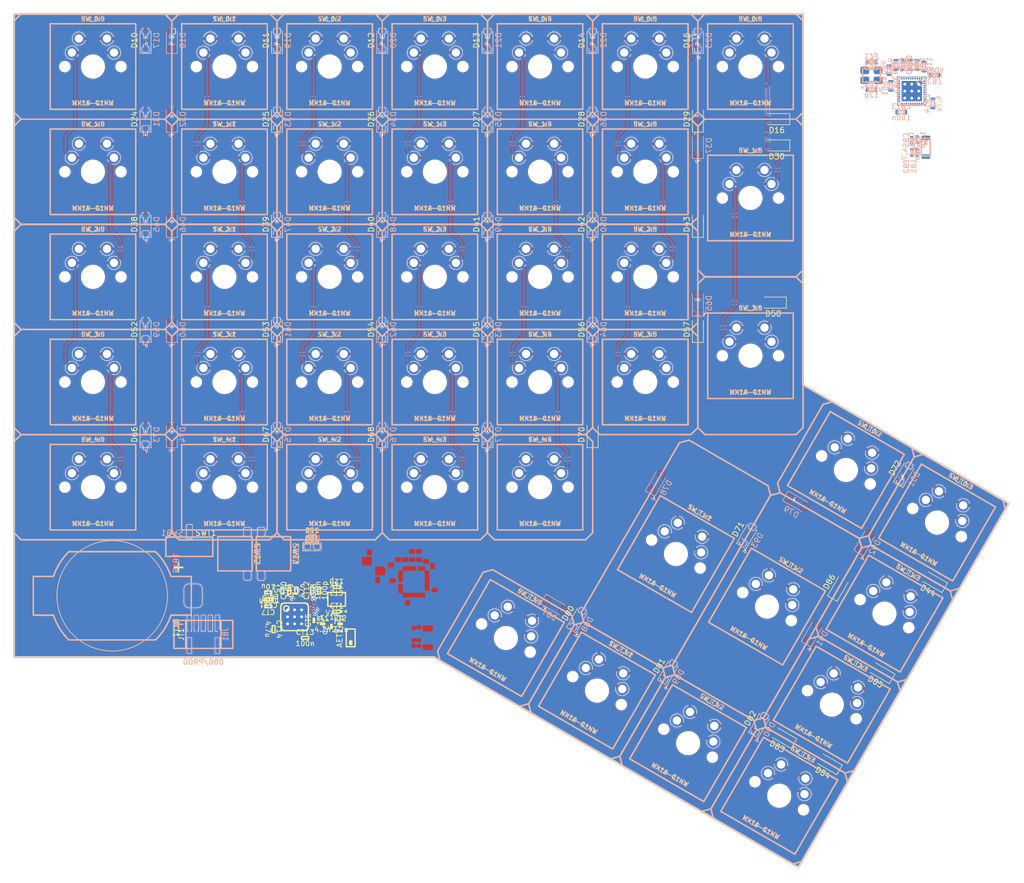
<source format=kicad_pcb>
(kicad_pcb (version 20240108) (generator "pcbnew") (generator_version "8.0")
  (layers (0 "F.Cu" signal) (31 "B.Cu" signal) (36 "B.SilkS" user "B.Silkscreen") (37 "F.SilkS" user "F.Silkscreen") (38 "B.Mask" user) (39 "F.Mask" user) (44 "Edge.Cuts" user))
  (net 0 "")
  (net 1 "Net-(AEB1-PCB_Trace)")
  (net 3 "Net-(AET1-PCB_Trace)")
  (net 5 "Net-(BTB1-+)")
  (net 6 "GND")
  (net 7 "Net-(BTT1-+)")
  (net 8 "Net-(UB1-XC2)")
  (net 9 "Net-(UB1-XC1)")
  (net 12 "Net-(UB1-ANT)")
  (net 13 "Net-(CB6-Pad1)")
  (net 14 "Net-(UB1-DEC1)")
  (net 15 "Net-(UB1-DEC3)")
  (net 16 "Net-(UB1-DEC4)")
  (net 17 "/Bottom Microcontroller/3V0")
  (net 18 "Net-(UT1-XC2)")
  (net 19 "Net-(UT1-XC1)")
  (net 22 "Net-(UT1-ANT)")
  (net 23 "Net-(CT6-Pad1)")
  (net 24 "Net-(UT1-DEC1)")
  (net 25 "Net-(UT1-DEC3)")
  (net 26 "Net-(UT1-DEC4)")
  (net 27 "/Top Microcontroller/3V0")
  (net 28 "Net-(D10-K)")
  (net 29 "Net-(D11-K)")
  (net 30 "Net-(D12-K)")
  (net 31 "Net-(D13-K)")
  (net 32 "/Bottom Microcontroller/ROW0")
  (net 33 "Net-(D14-K)")
  (net 34 "Net-(D15-K)")
  (net 35 "Net-(D16-K)")
  (net 36 "Net-(D24-K)")
  (net 37 "Net-(D25-K)")
  (net 38 "Net-(D26-K)")
  (net 39 "Net-(D27-K)")
  (net 40 "/Bottom Microcontroller/ROW1")
  (net 41 "Net-(D28-K)")
  (net 42 "Net-(D29-K)")
  (net 43 "Net-(D30-K)")
  (net 44 "Net-(D38-K)")
  (net 45 "Net-(D39-K)")
  (net 46 "Net-(D40-K)")
  (net 47 "Net-(D41-K)")
  (net 48 "Net-(D42-K)")
  (net 49 "/Bottom Microcontroller/ROW2")
  (net 50 "Net-(D43-K)")
  (net 51 "Net-(D44-K)")
  (net 52 "Net-(D52-K)")
  (net 53 "Net-(D53-K)")
  (net 54 "Net-(D54-K)")
  (net 55 "Net-(D55-K)")
  (net 56 "Net-(D56-K)")
  (net 57 "/Bottom Microcontroller/ROW3")
  (net 58 "Net-(D57-K)")
  (net 59 "Net-(D58-K)")
  (net 60 "Net-(D66-K)")
  (net 61 "Net-(D67-K)")
  (net 62 "Net-(D68-K)")
  (net 63 "Net-(D69-K)")
  (net 64 "/Bottom Microcontroller/ROW4")
  (net 65 "Net-(D70-K)")
  (net 66 "Net-(D71-K)")
  (net 67 "Net-(D72-K)")
  (net 68 "Net-(D80-K)")
  (net 69 "Net-(D81-K)")
  (net 70 "Net-(D82-K)")
  (net 71 "/Bottom Microcontroller/ROW5")
  (net 72 "Net-(D83-K)")
  (net 73 "Net-(D84-K)")
  (net 74 "Net-(D85-K)")
  (net 75 "Net-(D86-K)")
  (net 76 "Net-(DB1-A)")
  (net 77 "Net-(DB1-K)")
  (net 78 "Net-(DT1-K)")
  (net 79 "Net-(DT1-A)")
  (net 80 "/Bottom Microcontroller/SWDIO")
  (net 81 "/Bottom Microcontroller/~{RESET}")
  (net 82 "/Bottom Microcontroller/SWDCLK")
  (net 84 "/Top Microcontroller/SWDIO")
  (net 85 "/Top Microcontroller/~{RESET}")
  (net 86 "/Top Microcontroller/SWDCLK")
  (net 89 "Net-(LB3-Pad2)")
  (net 91 "Net-(LT3-Pad2)")
  (net 94 "/Bottom Microcontroller/COL0")
  (net 95 "/Bottom Microcontroller/COL1")
  (net 96 "/Bottom Microcontroller/COL2")
  (net 97 "/Bottom Microcontroller/COL3")
  (net 98 "/Bottom Microcontroller/COL4")
  (net 99 "/Bottom Microcontroller/COL5")
  (net 100 "/Bottom Microcontroller/COL6")
  (net 101 "Net-(UB1-DCC)")
  (net 102 "Net-(UT1-DCC)")
  (net 103 "Net-(UB1-P0.30)")
  (net 104 "Net-(UT1-P0.30)")
  (footprint "mass:MX1A-C1NW-1U" (layer "F.Cu") (at 60.96 51.435)
    (property "Reference" "SW_1:1" (hide yes))
    (property "Value" "MX1A-C1NW" (hide yes))
  )
  (footprint "mass:0603" (layer "F.Cu") (at 76.835 117.475)
    (property "Reference" "RT1")
    (property "Value" "680")
  )
  (footprint "mass:0603" (layer "F.Cu") (at 73.9775 127.3175 90)
    (property "Reference" "CT9")
    (property "Value" "47n")
  )
  (footprint "mass:MX1A-C1NW-1.5U" (layer "F.Cu") (at 37.1475 32.385)
    (property "Reference" "SW_0:0" (hide yes))
    (property "Value" "MX1A-C1NW" (hide yes))
  )
  (footprint "mass:MX1A-C1NW-1U" (layer "F.Cu") (at 137.16 70.485)
    (property "Reference" "SW_2:5" (hide yes))
    (property "Value" "MX1A-C1NW" (hide yes))
  )
  (footprint "mass:MX1A-C1NW-1.5U-V" (layer "F.Cu") (at 156.21 84.7725)
    (property "Reference" "SW_3:6" (hide yes))
    (property "Value" "MX1A-C1NW" (hide yes))
  )
  (footprint "mass:MX1A-C1NW-1U" (layer "F.Cu") (at 99.06 108.585)
    (property "Reference" "SW_4:3" (hide yes))
    (property "Value" "MX1A-C1NW" (hide yes))
  )
  (footprint "Diode_SMD:D_SOD-123" (layer "F.Cu") (at 127.635 27.6225 90)
    (property "Reference" "D14")
    (property "Value" "D")
  )
  (footprint "mass:MX1A-C1NW-1U" (layer "F.Cu") (at 60.96 70.485)
    (property "Reference" "SW_2:1" (hide yes))
    (property "Value" "MX1A-C1NW" (hide yes))
  )
  (footprint "mass:MX1A-C1NW-1U" (layer "F.Cu") (at 144.919471 154.965669 -30)
    (property "Reference" "SW_T3:2" (hide yes))
    (property "Value" "MX1A-C1NW" (hide yes))
  )
  (footprint "mass:2450AT18A100E" (layer "F.Cu") (at 83.82 135.89 90)
    (property "Reference" "AET1")
    (property "Value" "2.4GHz" (hide yes))
  )
  (footprint "Diode_SMD:D_SOD-123" (layer "F.Cu") (at 160.9725 46.6725 180)
    (property "Reference" "D30")
    (property "Value" "D")
  )
  (footprint "Diode_SMD:D_SOD-123" (layer "F.Cu") (at 146.685 41.91 90)
    (property "Reference" "D29")
    (property "Value" "D")
  )
  (footprint "Diode_SMD:D_SOD-123" (layer "F.Cu") (at 179.829201 142.125243 150)
    (property "Reference" "D85")
    (property "Value" "D")
  )
  (footprint "Diode_SMD:D_SOD-123" (layer "F.Cu") (at 70.485 41.91 90)
    (property "Reference" "D25")
    (property "Value" "D")
  )
  (footprint "Diode_SMD:D_SOD-123" (layer "F.Cu") (at 89.535 60.96 90)
    (property "Reference" "D40")
    (property "Value" "D")
  )
  (footprint "Diode_SMD:D_SOD-123" (layer "F.Cu") (at 160.9725 41.91 180)
    (property "Reference" "D16")
    (property "Value" "D")
  )
  (footprint "mass:MX1A-C1NW-1U" (layer "F.Cu") (at 118.11 108.585)
    (property "Reference" "SW_4:4" (hide yes))
    (property "Value" "MX1A-C1NW" (hide yes))
  )
  (footprint "Diode_SMD:D_SOD-123" (layer "F.Cu") (at 146.685 80.01 90)
    (property "Reference" "D57")
    (property "Value" "D")
  )
  (footprint "mass:0603" (layer "F.Cu") (at 72.7075 127.3175 90)
    (property "Reference" "CT10")
    (property "Value" "1u")
  )
  (footprint "Diode_SMD:D_SOD-123" (layer "F.Cu") (at 70.485 60.96 90)
    (property "Reference" "D39")
    (property "Value" "D")
  )
  (footprint "Diode_SMD:D_SOD-123" (layer "F.Cu") (at 155.720579 117.207601 60)
    (property "Reference" "D71")
    (property "Value" "D")
  )
  (footprint "mass:0603" (layer "F.Cu") (at 71.4375 127.3175 -90)
    (property "Reference" "LT4")
    (property "Value" "15n")
  )
  (footprint "mass:MX1A-C1NW-1U" (layer "F.Cu") (at 99.06 89.535)
    (property "Reference" "SW_3:3" (hide yes))
    (property "Value" "MX1A-C1NW" (hide yes))
  )
  (footprint "mass:MX1A-C1NW-1U" (layer "F.Cu") (at 118.11 70.485)
    (property "Reference" "SW_2:4" (hide yes))
    (property "Value" "MX1A-C1NW" (hide yes))
  )
  (footprint "mass:MX1A-C1NW-1U" (layer "F.Cu") (at 80.01 70.485)
    (property "Reference" "SW_2:2" (hide yes))
    (property "Value" "MX1A-C1NW" (hide yes))
  )
  (footprint "mass:MX1A-C1NW-1U" (layer "F.Cu") (at 180.467255 131.495101 -30)
    (property "Reference" "SW_T1:3" (hide yes))
    (property "Value" "MX1A-C1NW" (hide yes))
  )
  (footprint "Diode_SMD:D_SOD-123" (layer "F.Cu") (at 146.685 27.6225 90)
    (property "Reference" "D15")
    (property "Value" "D")
  )
  (footprint "mass:MX1A-C1NW-1U" (layer "F.Cu") (at 118.11 51.435)
    (property "Reference" "SW_1:4" (hide yes))
    (property "Value" "MX1A-C1NW" (hide yes))
  )
  (footprint "Diode_SMD:D_SOD-123" (layer "F.Cu") (at 157.930863 151.479277 60)
    (property "Reference" "D82")
    (property "Value" "D")
  )
  (footprint "mass:MX1A-C1NW-1U" (layer "F.Cu") (at 99.06 51.435)
    (property "Reference" "SW_1:3" (hide yes))
    (property "Value" "MX1A-C1NW" (hide yes))
  )
  (footprint "Diode_SMD:D_SOD-123" (layer "F.Cu") (at 189.354201 125.627459 150)
    (property "Reference" "D44")
    (property "Value" "D")
  )
  (footprint "Diode_SMD:D_SOD-123" (layer "F.Cu") (at 127.635 99.06 90)
    (property "Reference" "D70")
    (property "Value" "D")
  )
  (footprint "Diode_SMD:D_SOD-123" (layer "F.Cu") (at 124.935295 132.429277 60)
    (property "Reference" "D80")
    (property "Value" "D")
  )
  (footprint "Diode_SMD:D_SOD-123" (layer "F.Cu") (at 70.485 27.6225 90)
    (property "Reference" "D11")
    (property "Value" "D")
  )
  (footprint "mass:MX1A-C1NW-2U-V" (layer "F.Cu") (at 142.709187 120.693993 -30)
    (property "Reference" "SW_T1:1" (hide yes))
    (property "Value" "MX1A-C1NW" (hide yes))
  )
  (footprint "Diode_SMD:D_SOD-123" (layer "F.Cu") (at 146.685 60.96 90)
    (property "Reference" "D43")
    (property "Value" "D")
  )
  (footprint "mass:0603" (layer "F.Cu") (at 75.565 135.89)
    (property "Reference" "CT13")
    (property "Value" "100n")
  )
  (footprint "Diode_SMD:D_SOD-123" (layer "F.Cu") (at 46.6725 60.96 90)
    (property "Reference" "D38")
    (property "Value" "D")
  )
  (footprint "mass:0603" (layer "F.Cu") (at 81.28 126.6825 180)
    (property "Reference" "CT2")
    (property "Value" "12p")
  )
  (footprint "mass:0603" (layer "F.Cu") (at 68.8975 130.175 180)
    (property "Reference" "CT7")
    (property "Value" "100n")
  )
  (footprint "Diode_SMD:D_SOD-123" (layer "F.Cu") (at 172.218363 126.732601 60)
    (property "Reference" "D86")
    (property "Value" "D")
  )
  (footprint "mass:MX1A-C1NW-1U" (layer "F.Cu") (at 118.11 32.385)
    (property "Reference" "SW_0:4" (hide yes))
    (property "Value" "MX1A-C1NW" (hide yes))
  )
  (footprint "Diode_SMD:D_SOD-123" (layer "F.Cu") (at 89.535 41.91 90)
    (property "Reference" "D26")
    (property "Value" "D")
  )
  (footprint "Diode_SMD:D_SOD-123" (layer "F.Cu") (at 108.585 27.6225 90)
    (property "Reference" "D13")
    (property "Value" "D")
  )
  (footprint "Diode_SMD:D_SOD-123" (layer "F.Cu") (at 89.535 80.01 90)
    (property "Reference" "D54")
    (property "Value" "D")
  )
  (footprint "Diode_SMD:D_SOD-123" (layer "F.Cu") (at 46.6725 80.01 90)
    (property "Reference" "D52")
    (property "Value" "D")
  )
  (footprint "mass:MX1A-C1NW-1U" (layer "F.Cu") (at 161.417255 164.490669 -30)
    (property "Reference" "SW_T3:3" (hide yes))
    (property "Value" "MX1A-C1NW" (hide yes))
  )
  (footprint "mass:MX1A-C1NW-1.5U" (layer "F.Cu") (at 37.1475 51.435)
    (property "Reference" "SW_1:0" (hide yes))
    (property "Value" "MX1A-C1NW" (hide yes))
  )
  (footprint "mass:MX1A-C1NW-1U" (layer "F.Cu") (at 128.421687 145.440669 -30)
    (property "Reference" "SW_T3:1" (hide yes))
    (property "Value" "MX1A-C1NW" (hide yes))
  )
  (footprint "mass:MX1A-C1NW-1U" (layer "F.Cu") (at 99.06 32.385)
    (property "Reference" "SW_0:3" (hide yes))
    (property "Value" "MX1A-C1NW" (hide yes))
  )
  (footprint "Diode_SMD:D_SOD-123" (layer "F.Cu") (at 184.124613 106.110371 60)
    (property "Reference" "D72")
    (property "Value" "D")
  )
  (footprint "Diode_SMD:D_SOD-123" (layer "F.Cu") (at 46.6725 41.91 90)
    (property "Reference" "D24")
    (property "Value" "D")
  )
  (footprint "Diode_SMD:D_SOD-123" (layer "F.Cu") (at 89.535 27.6225 90)
    (property "Reference" "D12")
    (property "Value" "D")
  )
  (footprint "mass:MX1A-C1NW-1U" (layer "F.Cu") (at 156.21 32.385)
    (property "Reference" "SW_0:6" (hide yes))
    (property "Value" "MX1A-C1NW" (hide yes))
  )
  (footprint "mass:JS102011SCQN" (layer "F.Cu") (at 54.61 119.38)
    (property "Reference" "SWT1")
    (property "Value" "SPDT" (hide yes))
  )
  (footprint "mass:MX1A-C1NW-1.5U" (layer "F.Cu") (at 37.1475 89.535)
    (property "Reference" "SW_3:0" (hide yes))
    (property "Value" "MX1A-C1NW" (hide yes))
  )
  (footprint "mass:QFN-40" (layer "F.Cu") (at 73.66 132.08)
    (property "Reference" "UT1")
    (property "Value" "nRF52820" (hide yes))
  )
  (footprint "Diode_SMD:D_SOD-123" (layer "F.Cu") (at 108.585 80.01 90)
    (property "Reference" "D55")
    (property "Value" "D")
  )
  (footprint "mass:MX1A-C1NW-1U" (layer "F.Cu") (at 189.992255 114.997317 -30)
    (property "Reference" "SW_T0:3" (hide yes))
    (property "Value" "MX1A-C1NW" (hide yes))
  )
  (footprint "Diode_SMD:D_SOD-123" (layer "F.Cu") (at 170.304201 158.623027 150)
    (property "Reference" "D84")
    (property "Value" "D")
  )
  (footprint "Diode_SMD:D_SOD-123" (layer "F.Cu") (at 108.585 60.96 90)
    (property "Reference" "D41")
    (property "Value" "D")
  )
  (footprint "Diode_SMD:D_SOD-123" (layer "F.Cu") (at 141.433079 141.954277 60)
    (property "Reference" "D81")
    (property "Value" "D")
  )
  (footprint "mass:TSX-3225" (layer "F.Cu") (at 81.28 128.905)
    (property "Reference" "XT1")
    (property "Value" "32M" (hide yes))
  )
  (footprint "mass:MX1A-C1NW-1U" (layer "F.Cu") (at 60.96 108.585)
    (property "Reference" "SW_4:1" (hide yes))
    (property "Value" "MX1A-C1NW" (hide yes))
  )
  (footprint "mass:430152043836" (layer "F.Cu") (at 69.85 120.65 -90)
    (property "Reference" "SWT3")
    (property "Value" "SPST" (hide yes))
  )
  (footprint "LED_SMD:LED_0603_1608Metric_Pad1.05x0.95mm_HandSolder" (layer "F.Cu") (at 76.835 119.38)
    (property "Reference" "DT1")
    (property "Value" "RED 1.75V 2mA")
  )
  (footprint "mass:SAMTEC_FTSH-105-01-L-DV-007" (layer "F.Cu") (at 57.15 135.255)
    (property "Reference" "JT1")
    (property "Value" "SWD 9-pin" (hide yes))
  )
  (footprint "Diode_SMD:D_SOD-123" (layer "F.Cu") (at 162.055309 153.860527 150)
    (property "Reference" "D83")
    (property "Value" "D")
  )
  (footprint "mass:MX1A-C1NW-1U" (layer "F.Cu") (at 80.01 32.385)
    (property "Reference" "SW_0:2" (hide yes))
    (property "Value" "MX1A-C1NW" (hide yes))
  )
  (footprint "mass:0603" (layer "F.Cu") (at 78.105 127.3175 90)
    (property "Reference" "CT8")
    (property "Value" "100p")
  )
  (footprint "mass:MX1A-C1NW-1.5U" (layer "F.Cu") (at 37.1475 108.585)
    (property "Reference" "SW_4:0" (hide yes))
    (property "Value" "MX1A-C1NW" (hide yes))
  )
  (footprint "mass:MX1A-C1NW-1U" (layer "F.Cu") (at 111.923903 135.915669 -30)
    (property "Reference" "SW_T3:0" (hide yes))
    (property "Value" "MX1A-C1NW" (hide yes))
  )
  (footprint "mass:MX1A-C1NW-1U" (layer "F.Cu") (at 80.01 89.535)
    (property "Reference" "SW_3:2" (hide yes))
    (property "Value" "MX1A-C1NW" (hide yes))
  )
  (footprint "Diode_SMD:D_SOD-123" (layer "F.Cu") (at 89.535 99.06 90)
    (property "Reference" "D68")
    (property "Value" "D")
  )
  (footprint "mass:MX1A-C1NW-1U" (layer "F.Cu") (at 60.96 32.385)
    (property "Reference" "SW_0:1" (hide yes))
    (property "Value" "MX1A-C1NW" (hide yes))
  )
  (footprint "Diode_SMD:D_SOD-123" (layer "F.Cu") (at 46.6725 99.06 90)
    (property "Reference" "D66")
    (property "Value" "D")
  )
  (footprint "mass:MX1A-C1NW-1U" (layer "F.Cu") (at 137.16 32.385)
    (property "Reference" "SW_0:5" (hide yes))
    (property "Value" "MX1A-C1NW" (hide yes))
  )
  (footprint "Diode_SMD:D_SOD-123" (layer "F.Cu") (at 108.585 99.06 90)
    (property "Reference" "D69")
    (property "Value" "D")
  )
  (footprint "mass:MX1A-C1NW-2U-V" (layer "F.Cu") (at 159.206971 130.218993 -30)
    (property "Reference" "SW_T1:2" (hide yes))
    (property "Value" "MX1A-C1NW" (hide yes))
  )
  (footprint "Diode_SMD:D_SOD-123" (layer "F.Cu") (at 127.635 41.91 90)
    (property "Reference" "D28")
    (property "Value" "D")
  )
  (footprint "mass:MX1A-C1NW-1U" (layer "F.Cu") (at 170.942255 147.992885 -30)
    (property "Reference" "SW_T2:3" (hide yes))
    (property "Value" "MX1A-C1NW" (hide yes))
  )
  (footprint "mass:0603" (layer "F.Cu") (at 68.8975 127.635 180)
    (property "Reference" "LT3")
    (property "Value" "10u")
  )
  (footprint "Diode_SMD:D_SOD-123" (layer "F.Cu") (at 70.485 80.01 90)
    (property "Reference" "D53")
    (property "Value" "D")
  )
  (footprint "mass:MX1A-C1NW-1U" (layer "F.Cu") (at 118.11 89.535)
    (property "Reference" "SW_3:4" (hide yes))
    (property "Value" "MX1A-C1NW" (hide yes))
  )
  (footprint "mass:0402" (layer "F.Cu") (at 77.1525 132.715 90)
    (property "Reference" "CT5")
    (property "Value" "1p")
  )
  (footprint "mass:MX1A-C1NW-1U" (layer "F.Cu") (at 60.96 89.535)
    (property "Reference" "SW_3:1" (hide yes))
    (property "Value" "MX1A-C1NW" (hide yes))
  )
  (footprint "Diode_SMD:D_SOD-123" (layer "F.Cu") (at 46.6725 27.6225 90)
    (property "Reference" "D10")
    (property "Value" "D")
  )
  (footprint "Diode_SMD:D_SOD-123" (layer "F.Cu") (at 127.635 80.01 90)
    (property "Reference" "D56")
    (property "Value" "D")
  )
  (footprint "mass:MX1A-C1NW-1.5U" (layer "F.Cu") (at 37.1475 70.485)
    (property "Reference" "SW_2:0" (hide yes))
    (property "Value" "MX1A-C1NW" (hide yes))
  )
  (footprint "mass:430152043836" (layer "F.Cu") (at 62.865 120.65 -90)
    (property "Reference" "SWT2")
    (property "Value" "SPST" (hide yes))
  )
  (footprint "Diode_SMD:D_SOD-123" (layer "F.Cu") (at 108.585 41.91 90)
    (property "Reference" "D27")
    (property "Value" "D")
  )
  (footprint "mass:0603" (layer "F.Cu") (at 69.85 134.3025 -90)
    (property "Reference" "CT14")
    (property "Value" "4.7u")
  )
  (footprint "mass:MX1A-C1NW-1U" (layer "F.Cu") (at 137.16 89.535)
    (property "Reference" "SW_3:5" (hide yes))
    (property "Value" "MX1A-C1NW" (hide yes))
  )
  (footprint "Diode_SMD:D_SOD-123" (layer "F.Cu") (at 70.485 99.06 90)
    (property "Reference" "D67")
    (property "Value" "D")
  )
  (footprint "mass:0603" (layer "F.Cu") (at 76.835 127.3175 90)
    (property "Reference" "CT12")
    (property "Value" "100n")
  )
  (footprint "mass:0402" (layer "F.Cu") (at 80.3275 133.82625 -90)
    (property "Reference" "CT6")
    (property "Value" "1.2p")
  )
  (footprint "mass:MX1A-C1NW-1U" (layer "F.Cu") (at 99.06 70.485)
    (property "Reference" "SW_2:3" (hide yes))
    (property "Value" "MX1A-C1NW" (hide yes))
  )
  (footprint "mass:MX1A-C1NW-1U" (layer "F.Cu") (at 80.01 51.435)
    (property "Reference" "SW_1:2" (hide yes))
    (property "Value" "MX1A-C1NW" (hide yes))
  )
  (footprint "mass:0402" (layer "F.Cu") (at 81.915 133.35)
    (property "Reference" "LT2")
    (property "Value" "2.2n")
  )
  (footprint "Diode_SMD:D_SOD-123" (layer "F.Cu") (at 127.635 60.96 90)
    (property "Reference" "D42")
    (property "Value" "D")
  )
  (footprint "mass:0402" (layer "F.Cu") (at 78.74 133.35)
    (property "Reference" "LT1")
    (property "Value" "4.7n")
  )
  (footprint "Diode_SMD:D_SOD-123" (layer "F.Cu") (at 160.3375 75.1475 180)
    (property "Reference" "D58")
    (property "Value" "D")
  )
  (footprint "mass:0603" (layer "F.Cu") (at 68.8975 128.905 180)
    (property "Reference" "CT11")
    (property "Value" "1u")
  )
  (footprint "mass:MX1A-C1NW-1U" (layer "F.Cu") (at 137.16 51.435)
    (property "Reference" "SW_1:5" (hide yes))
    (property "Value" "MX1A-C1NW" (hide yes))
  )
  (footprint "mass:MX1A-C1NW-1U" (layer "F.Cu") (at 80.01 108.585)
    (property "Reference" "SW_4:2" (hide yes))
    (property "Value" "MX1A-C1NW" (hide yes))
  )
  (footprint "mass:MX1A-C1NW-1U" (layer "F.Cu") (at 173.494471 105.472317 -30)
    (property "Reference" "SW_T0:2" (hide yes))
    (property "Value" "MX1A-C1NW" (hide yes))
  )
  (footprint "mass:BU2032SM-BT-GTR" (layer "F.Cu") (at 40.64 128.27 180)
    (property "Reference" "BTT1")
    (property "Value" "CR2032" (hide yes))
  )
  (footprint "mass:MX1A-C1NW-1.5U-V" (layer "F.Cu") (at 156.21 56.1975)
    (property "Reference" "SW_1:6" (hide yes))
    (property "Value" "MX1A-C1NW" (hide yes))
  )
  (footprint "mass:0603" (layer "F.Cu") (at 81.28 131.1275)
    (property "Reference" "CT1")
    (property "Value" "12p")
  )
  (footprint "mass:430152043836" (layer "B.Cu") (at 69.85 120.65 90)
    (property "Reference" "SWB3")
    (property "Value" "SPST" (hide yes))
  )
  (footprint "Diode_SMD:D_SOD-123" (layer "B.Cu") (at 184.124613 106.110371 60)
    (property "Reference" "D51")
    (property "Value" "D")
  )
  (footprint "Diode_SMD:D_SOD-123" (layer "B.Cu") (at 51.435 27.6225 90)
    (property "Reference" "D18")
    (property "Value" "D")
  )
  (footprint "Diode_SMD:D_SOD-123" (layer "B.Cu") (at 146.685 46.6725 90)
    (property "Reference" "D37")
    (property "Value" "D")
  )
  (footprint "Diode_SMD:D_SOD-123" (layer "B.Cu") (at 46.6725 27.6225 90)
    (property "Reference" "D17")
    (property "Value" "D")
  )
  (footprint "Diode_SMD:D_SOD-123" (layer "B.Cu") (at 46.6725 41.91 90)
    (property "Reference" "D31")
    (property "Value" "D")
  )
  (footprint "mass:0603" (layer "B.Cu") (at 186.3725 32.0675 90)
    (property "Reference" "LB3")
    (property "Value" "10u")
  )
  (footprint "mass:0603" (layer "B.Cu") (at 187.6425 32.385 90)
    (property "Reference" "CB11")
    (property "Value" "1u")
  )
  (footprint "mass:0402" (layer "B.Cu") (at 185.42 47.9425 -90)
    (property "Reference" "LB2")
    (property "Value" "2.2n")
  )
  (footprint "Diode_SMD:D_SOD-123" (layer "B.Cu") (at 139.222795 107.682601 60)
    (property "Reference" "D78")
    (property "Value" "D")
  )
  (footprint "Diode_SMD:D_SOD-123" (layer "B.Cu") (at 157.930863 151.479277 60)
    (property "Reference" "D90")
    (property "Value" "D")
  )
  (footprint "Diode_SMD:D_SOD-123" (layer "B.Cu") (at 167.455863 134.981493 60)
    (property "Reference" "D91")
    (property "Value" "D")
  )
  (footprint "mass:QFN-40" (layer "B.Cu") (at 185.42 36.83 180)
    (property "Reference" "UB1")
    (property "Value" "nRF52820" (hide yes))
  )
  (footprint "Diode_SMD:D_SOD-123" (layer "B.Cu") (at 108.585 41.91 90)
    (property "Reference" "D35")
    (property "Value" "D")
  )
  (footprint "Diode_SMD:D_SOD-123" (layer "B.Cu") (at 124.935295 132.429277 60)
    (property "Reference" "D88")
    (property "Value" "D")
  )
  (footprint "Diode_SMD:D_SOD-123" (layer "B.Cu") (at 155.720579 117.207601 60)
    (property "Reference" "D93")
    (property "Value" "D")
  )
  (footprint "mass:0402" (layer "B.Cu") (at 185.42 45.72 -90)
    (property "Reference" "CB5")
    (property "Value" "1p")
  )
  (footprint "mass:0603" (layer "B.Cu") (at 178.1175 36.5125 180)
    (property "Reference" "CB1")
    (property "Value" "12p")
  )
  (footprint "Diode_SMD:D_SOD-123" (layer "B.Cu") (at 108.585 60.96 90)
    (property "Reference" "D49")
    (property "Value" "D")
  )
  (footprint "Diode_SMD:D_SOD-123" (layer "B.Cu") (at 51.435 60.96 90)
    (property "Reference" "D46")
    (property "Value" "D")
  )
  (footprint "Diode_SMD:D_SOD-123" (layer "B.Cu") (at 46.6725 99.06 90)
    (property "Reference" "D73")
    (property "Value" "D")
  )
  (footprint "Diode_SMD:D_SOD-123" (layer "B.Cu") (at 108.585 99.06 90)
    (property "Reference" "D77")
    (property "Value" "D")
  )
  (footprint "Diode_SMD:D_SOD-123" (layer "B.Cu") (at 70.485 80.01 90)
    (property "Reference" "D61")
    (property "Value" "D")
  )
  (footprint "Diode_SMD:D_SOD-123" (layer "B.Cu") (at 108.585 80.01 90)
    (property "Reference" "D63")
    (property "Value" "D")
  )
  (footprint "mass:0603" (layer "B.Cu") (at 189.5475 33.9725)
    (property "Reference" "CB7")
    (property "Value" "100n")
  )
  (footprint "mass:0402" (layer "B.Cu") (at 186.3725 47.9425 -90)
    (property "Reference" "LB1")
    (property "Value" "4.7n")
  )
  (footprint "mass:0603" (layer "B.Cu") (at 181.61 35.8775 90)
    (property "Reference" "CB8")
    (property "Value" "100p")
  )
  (footprint "Diode_SMD:D_SOD-123" (layer "B.Cu") (at 89.535 60.96 90)
    (property "Reference" "D48")
    (property "Value" "D")
  )
  (footprint "LED_SMD:LED_0603_1608Metric_Pad1.05x0.95mm_HandSolder" (layer "B.Cu") (at 76.835 119.38 180)
    (property "Reference" "DB1")
    (property "Value" "RED 1.75V 2mA")
  )
  (footprint "mass:430152043836" (layer "B.Cu") (at 62.865 120.65 90)
    (property "Reference" "SWB2")
    (property "Value" "SPST" (hide yes))
  )
  (footprint "mass:SAMTEC_FTSH-105-01-L-DV-007" (layer "B.Cu") (at 57.15 135.255 180)
    (property "Reference" "JB1")
    (property "Value" "SWD 9-pin" (hide yes))
  )
  (footprint "mass:0603" (layer "B.Cu") (at 76.835 117.475 180)
    (property "Reference" "RB1")
    (property "Value" "680")
  )
  (footprint "Diode_SMD:D_SOD-123" (layer "B.Cu") (at 164.607525 111.339959 -30)
    (property "Reference" "D79")
    (property "Value" "D")
  )
  (footprint "Diode_SMD:D_SOD-123" (layer "B.Cu") (at 108.585 27.6225 90)
    (property "Reference" "D21")
    (property "Value" "D")
  )
  (footprint "Diode_SMD:D_SOD-123" (layer "B.Cu") (at 46.6725 60.96 90)
    (property "Reference" "D45")
    (property "Value" "D")
  )
  (footprint "Diode_SMD:D_SOD-123" (layer "B.Cu") (at 127.635 41.91 90)
    (property "Reference" "D36")
    (property "Value" "D")
  )
  (footprint "Diode_SMD:D_SOD-123" (layer "B.Cu") (at 141.433079 141.954277 60)
    (property "Reference" "D89")
    (property "Value" "D")
  )
  (footprint "Diode_SMD:D_SOD-123" (layer "B.Cu") (at 51.435 41.91 90)
    (property "Reference" "D32")
    (property "Value" "D")
  )
  (footprint "mass:2450AT18A100E" (layer "B.Cu") (at 187.96 46.99 -90)
    (property "Reference" "AEB1")
    (property "Value" "2.4GHz" (hide yes))
  )
  (footprint "Diode_SMD:D_SOD-123" (layer "B.Cu") (at 89.535 80.01 90)
    (property "Reference" "D62")
    (property "Value" "D")
  )
  (footprint "Diode_SMD:D_SOD-123" (layer "B.Cu") (at 70.485 27.6225 90)
    (property "Reference" "D19")
    (property "Value" "D")
  )
  (footprint "Diode_SMD:D_SOD-123" (layer "B.Cu") (at 51.435 80.01 90)
    (property "Reference" "D60")
    (property "Value" "D")
  )
  (footprint "Diode_SMD:D_SOD-123" (layer "B.Cu") (at 127.635 27.6225 90)
    (property "Reference" "D22")
    (property "Value" "D")
  )
  (footprint "Diode_SMD:D_SOD-123" (layer "B.Cu") (at 146.685 27.6225 90)
    (property "Reference" "D23")
    (property "Value" "D")
  )
  (footprint "Diode_SMD:D_SOD-123" (layer "B.Cu") (at 89.535 41.91 90)
    (property "Reference" "D34")
    (property "Value" "D")
  )
  (footprint "Diode_SMD:D_SOD-123" (layer "B.Cu") (at 70.485 60.96 90)
    (property "Reference" "D47")
    (property "Value" "D")
  )
  (footprint "mass:0603" (layer "B.Cu") (at 189.23 39.0525 -90)
    (property "Reference" "CB14")
    (property "Value" "4.7u")
  )
  (footprint "Diode_SMD:D_SOD-123" (layer "B.Cu") (at 70.485 99.06 90)
    (property "Reference" "D75")
    (property "Value" "D")
  )
  (footprint "Diode_SMD:D_SOD-123" (layer "B.Cu") (at 127.635 80.01 90)
    (property "Reference" "D64")
    (property "Value" "D")
  )
  (footprint "mass:0603" (layer "B.Cu") (at 185.1025 32.0675 -90)
    (property "Reference" "LB4")
    (property "Value" "15n")
  )
  (footprint "Diode_SMD:D_SOD-123" (layer "B.Cu") (at 176.980863 118.483709 60)
    (property "Reference" "D92")
    (property "Value" "D")
  )
  (footprint "Diode_SMD:D_SOD-123" (layer "B.Cu") (at 89.535 27.6225 90)
    (property "Reference" "D20")
    (property "Value" "D")
  )
  (footprint "mass:TSX-3225" (layer "B.Cu") (at 178.1175 33.9725 180)
    (property "Reference" "XB1")
    (property "Value" "32M" (hide yes))
  )
  (footprint "mass:0603" (layer "B.Cu") (at 178.1175 31.496)
    (property "Reference" "CB2")
    (property "Value" "12p")
  )
  (footprint "mass:0603" (layer "B.Cu") (at 182.5625 32.0675 90)
    (property "Reference" "CB9")
    (property "Value" "47n")
  )
  (footprint "Diode_SMD:D_SOD-123" (layer "B.Cu") (at 89.535 99.06 90)
    (property "Reference" "D76")
    (property "Value" "D")
  )
  (footprint "mass:BU2032SM-BT-GTR" (layer "B.Cu") (at 40.64 128.27 180)
    (property "Reference" "BTB1")
    (property "Value" "CR2032" (hide yes))
  )
  (footprint "Diode_SMD:D_SOD-123" (layer "B.Cu") (at 146.685 75.2475 90)
    (property "Reference" "D65")
    (property "Value" "D")
  )
  (footprint "Diode_SMD:D_SOD-123" (layer "B.Cu") (at 51.435 99.06 90)
    (property "Reference" "D74")
    (property "Value" "D")
  )
  (footprint "Diode_SMD:D_SOD-123" (layer "B.Cu") (at 127.635 60.96 90)
    (property "Reference" "D50")
    (property "Value" "D")
  )
  (footprint "Diode_SMD:D_SOD-123" (layer "B.Cu") (at 120.767548 130.023027 -30)
    (property "Reference" "D87")
    (property "Value" "D")
  )
  (footprint "Diode_SMD:D_SOD-123" (layer "B.Cu") (at 70.485 41.91 90)
    (property "Reference" "D33")
    (property "Value" "D")
  )
  (footprint "mass:0402" (layer "B.Cu") (at 186.3725 45.593 -90)
    (property "Reference" "CB6")
    (property "Value" "1.2p")
  )
  (footprint "mass:0603" (layer "B.Cu") (at 181.2925 33.02 90)
    (property "Reference" "CB12")
    (property "Value" "100n")
  )
  (footprint "mass:0603" (layer "B.Cu") (at 183.515 40.64 180)
    (property "Reference" "CB13")
    (property "Value" "100n")
  )
  (footprint "mass:JS102011SCQN" (layer "B.Cu") (at 54.61 119.38 180)
    (property "Reference" "SWB1")
    (property "Value" "SPDT" (hide yes))
  )
  (footprint "mass:0603" (layer "B.Cu") (at 183.8325 32.0675 90)
    (property "Reference" "CB10")
    (property "Value" "1u")
  )
  (footprint "Diode_SMD:D_SOD-123" (layer "B.Cu") (at 46.6725 80.01 90)
    (property "Reference" "D59")
    (property "Value" "D")
  )
  (gr_line (start 22.86 139.402061) (end 22.86 22.86) (stroke (width 0.254)) (layer "B.SilkS"))
  (gr_line (start 22.86 22.86) (end 165.735 22.86) (stroke (width 0.254)) (layer "B.SilkS"))
  (gr_line (start 165.735 89.994) (end 203.003647 111.510925) (stroke (width 0.254)) (layer "B.SilkS"))
  (gr_line (start 164.903647 177.502061) (end 98.912511 139.402061) (stroke (width 0.254)) (layer "B.SilkS"))
  (gr_line (start 165.735 22.86) (end 165.735 89.994) (stroke (width 0.254)) (layer "B.SilkS"))
  (gr_line (start 164.903647 177.502061) (end 203.003647 111.510925) (stroke (width 0.254)) (layer "B.SilkS"))
  (gr_line (start 22.86 139.402061) (end 98.912511 139.402061) (stroke (width 0.254)) (layer "B.SilkS"))
  (gr_line (start 164.903647 177.502061) (end 98.912511 139.402061) (stroke (width 0.254)) (layer "F.SilkS"))
  (gr_line (start 22.86 22.86) (end 165.735 22.86) (stroke (width 0.254)) (layer "F.SilkS"))
  (gr_line (start 22.86 139.402061) (end 98.912511 139.402061) (stroke (width 0.254)) (layer "F.SilkS"))
  (gr_line (start 22.86 139.402061) (end 22.86 22.86) (stroke (width 0.254)) (layer "F.SilkS"))
  (gr_line (start 165.735 89.994) (end 203.003647 111.510925) (stroke (width 0.254)) (layer "F.SilkS"))
  (gr_line (start 165.735 22.86) (end 165.735 89.994) (stroke (width 0.254)) (layer "F.SilkS"))
  (gr_line (start 164.903647 177.502061) (end 203.003647 111.510925) (stroke (width 0.254)) (layer "F.SilkS"))
  (gr_line (start 22.86 139.402061) (end 22.86 22.86) (stroke (width 0.1016)) (layer "Edge.Cuts"))
  (gr_line (start 165.735 22.86) (end 165.735 89.994) (stroke (width 0.1016)) (layer "Edge.Cuts"))
  (gr_line (start 165.735 89.994) (end 203.003647 111.510925) (stroke (width 0.1016)) (layer "Edge.Cuts"))
  (gr_line (start 22.86 22.86) (end 165.735 22.86) (stroke (width 0.1016)) (layer "Edge.Cuts"))
  (gr_line (start 164.903647 177.502061) (end 203.003647 111.510925) (stroke (width 0.1016)) (layer "Edge.Cuts"))
  (gr_line (start 164.903647 177.502061) (end 98.912511 139.402061) (stroke (width 0.1016)) (layer "Edge.Cuts"))
  (gr_line (start 22.86 139.402061) (end 98.912511 139.402061) (stroke (width 0.1016)) (layer "Edge.Cuts"))
  (segment (start 82.423 133.35) (end 82.98 133.35) (width 0.508) (layer "F.Cu") (net 3))
  (segment (start 82.98 133.35) (end 83.82 134.19) (width 0.508) (layer "F.Cu") (net 3))
  (segment (start 71.86 133.88) (end 71.26 133.88) (width 0.254) (layer "F.Cu") (net 6))
  (segment (start 73.66 132.08) (end 71.86 133.88) (width 0.254) (layer "F.Cu") (net 6))
  (segment (start 76.06 132.28) (end 73.86 132.28) (width 0.254) (layer "F.Cu") (net 6))
  (segment (start 73.06 129.68) (end 73.06 131.48) (width 0.254) (layer "F.Cu") (net 6))
  (segment (start 73.06 131.48) (end 73.66 132.08) (width 0.254) (layer "F.Cu") (net 6))
  (segment (start 73.86 132.28) (end 73.66 132.08) (width 0.254) (layer "F.Cu") (net 6))
  (via (at 72.39 132.08) (size 1.016) (drill 0.508) (layers "F.Cu" "B.Cu") (net 6))
  (via (at 185.42 35.56) (size 1.016) (drill 0.508) (layers "F.Cu" "B.Cu") (net 6))
  (via (at 186.69 38.1) (size 1.016) (drill 0.508) (layers "F.Cu" "B.Cu") (net 6))
  (via (at 73.66 132.08) (size 1.016) (drill 0.508) (layers "F.Cu" "B.Cu") (net 6))
  (via (at 186.69 36.83) (size 1.016) (drill 0.508) (layers "F.Cu" "B.Cu") (net 6))
  (via (at 73.66 133.35) (size 1.016) (drill 0.508) (layers "F.Cu" "B.Cu") (net 6))
  (via (at 187.7763 39.0525) (size 0.6096) (drill 0.3048) (layers "F.Cu" "B.Cu") (net 6))
  (via (at 185.42 36.83) (size 1.016) (drill 0.508) (layers "F.Cu" "B.Cu") (net 6))
  (via (at 74.93 130.81) (size 1.016) (drill 0.508) (layers "F.Cu" "B.Cu") (net 6))
  (via (at 76.0163 134.4363) (size 0.6096) (drill 0.3048) (layers "F.Cu" "B.Cu") (net 6))
  (via (at 186.69 35.56) (size 1.016) (drill 0.508) (layers "F.Cu" "B.Cu") (net 6))
  (via (at 183.0637 34.4737) (size 0.6096) (drill 0.3048) (layers "F.Cu" "B.Cu") (net 6))
  (via (at 184.15 38.1) (size 1.016) (drill 0.508) (layers "F.Cu" "B.Cu") (net 6))
  (via (at 72.39 130.81) (size 1.016) (drill 0.508) (layers "F.Cu" "B.Cu") (net 6))
  (via (at 73.66 130.81) (size 1.016) (drill 0.508) (layers "F.Cu" "B.Cu") (net 6))
  (via (at 76.0163 129.7237) (size 0.6096) (drill 0.3048) (layers "F.Cu" "B.Cu") (net 6))
  (via (at 183.0637 39.1863) (size 0.6096) (drill 0.3048) (layers "F.Cu" "B.Cu") (net 6))
  (via (at 74.93 132.08) (size 1.016) (drill 0.508) (layers "F.Cu" "B.Cu") (net 6))
  (via (at 74.93 133.35) (size 1.016) (drill 0.508) (layers "F.Cu" "B.Cu") (net 6))
  (via (at 184.15 36.83) (size 1.016) (drill 0.508) (layers "F.Cu" "B.Cu") (net 6))
  (via (at 71.3037 129.7237) (size 0.6096) (drill 0.3048) (layers "F.Cu" "B.Cu") (net 6))
  (via (at 71.3037 134.3025) (size 0.6096) (drill 0.3048) (layers "F.Cu" "B.Cu") (net 6))
  (via (at 184.15 35.56) (size 1.016) (drill 0.508) (layers "F.Cu" "B.Cu") (net 6))
  (via (at 72.39 133.35) (size 1.016) (drill 0.508) (layers "F.Cu" "B.Cu") (net 6))
  (via (at 187.7763 34.4737) (size 0.6096) (drill 0.3048) (layers "F.Cu" "B.Cu") (net 6))
  (via (at 185.42 38.1) (size 1.016) (drill 0.508) (layers "F.Cu" "B.Cu") (net 6))
  (segment (start 76.06 130.68) (end 76.39538 130.68) (width 0.254) (layer "F.Cu") (net 18))
  (segment (start 76.39538 130.68) (end 77.21788 129.8575) (width 0.254) (layer "F.Cu") (net 18))
  (segment (start 80.5307 131.1275) (end 80.5307 130.2557) (width 0.508) (layer "F.Cu") (net 18))
  (segment (start 77.21788 129.8575) (end 80.01 129.8575) (width 0.254) (layer "F.Cu") (net 18))
  (segment (start 80.5307 130.2557) (end 80.08 129.805) (width 0.508) (layer "F.Cu") (net 18))
  (segment (start 81.28 131.401658) (end 81.28 129.205) (width 0.254) (layer "F.Cu") (net 19))
  (segment (start 76.565 131.08) (end 77.4065 130.2385) (width 0.254) (layer "F.Cu") (net 19))
  (segment (start 82.0293 127.5543) (end 82.48 128.005) (width 0.508) (layer "F.Cu") (net 19))
  (segment (start 77.4065 130.2385) (end 78.8035 130.2385) (width 0.254) (layer "F.Cu") (net 19))
  (segment (start 78.8035 130.2385) (end 79.6925 131.1275) (width 0.254) (layer "F.Cu") (net 19))
  (segment (start 76.06 131.08) (end 76.565 131.08) (width 0.254) (layer "F.Cu") (net 19))
  (segment (start 81.28 129.205) (end 82.48 128.005) (width 0.254) (layer "F.Cu") (net 19))
  (segment (start 80.205742 131.826) (end 80.855658 131.826) (width 0.254) (layer "F.Cu") (net 19))
  (segment (start 79.6925 131.1275) (end 79.6925 131.312758) (width 0.254) (layer "F.Cu") (net 19))
  (segment (start 82.0293 126.6825) (end 82.0293 127.5543) (width 0.508) (layer "F.Cu") (net 19))
  (segment (start 80.855658 131.826) (end 81.28 131.401658) (width 0.254) (layer "F.Cu") (net 19))
  (segment (start 79.6925 131.312758) (end 80.205742 131.826) (width 0.254) (layer "F.Cu") (net 19))
  (segment (start 78.232 133.35) (end 77.2795 133.35) (width 0.508) (layer "F.Cu") (net 22))
  (segment (start 77.2795 133.35) (end 77.1525 133.223) (width 0.508) (layer "F.Cu") (net 22))
  (segment (start 76.59876 132.68) (end 76.06 132.68) (width 0.254) (layer "F.Cu") (net 22))
  (segment (start 76.655005 132.736245) (end 76.59876 132.68) (width 0.254) (layer "F.Cu") (net 22))
  (segment (start 77.1525 133.223) (end 77.14176 133.223) (width 0.508) (layer "F.Cu") (net 22))
  (segment (start 77.14176 133.223) (end 76.655005 132.736245) (width 0.508) (layer "F.Cu") (net 22))
  (segment (start 79.248 133.35) (end 81.407 133.35) (width 0.508) (layer "F.Cu") (net 23))
  (segment (start 69.7543 130.2825) (end 71.26 130.2825) (width 0.254) (layer "F.Cu") (net 24))
  (segment (start 69.6468 130.175) (end 69.7543 130.2825) (width 0.254) (layer "F.Cu") (net 24))
  (segment (start 76.06 131.48) (end 76.0696 131.4704) (width 0.1524) (layer "F.Cu") (net 25))
  (segment (start 77.314673 130.7973) (end 77.706382 130.7973) (width 0.1524) (layer "F.Cu") (net 25))
  (segment (start 76.06 131.48) (end 76.631973 131.48) (width 0.1524) (layer "F.Cu") (net 25))
  (segment (start 77.9907 128.0668) (end 77.1525 128.905) (width 0.254) (layer "F.Cu") (net 25))
  (segment (start 76.631973 131.48) (end 77.314673 130.7973) (width 0.1524) (layer "F.Cu") (net 25))
  (segment (start 78.105 128.0668) (end 77.9907 128.0668) (width 0.254) (layer "F.Cu") (net 25))
  (via (at 77.706382 130.7973) (size 0.6096) (drill 0.3048) (layers "F.Cu" "B.Cu") (net 25))
  (via (at 77.1525 128.905) (size 0.6096) (drill 0.3048) (layers "F.Cu" "B.Cu") (net 25))
  (segment (start 77.1525 128.905) (end 77.1525 130.243418) (width 0.254) (layer "B.Cu") (net 25))
  (segment (start 77.1525 130.243418) (end 77.706382 130.7973) (width 0.254) (layer "B.Cu") (net 25))
  (segment (start 71.4375 128.0668) (end 73.9775 128.0668) (width 0.508) (layer "F.Cu") (net 26))
  (segment (start 76.06 131.88) (end 76.704208 131.88) (width 0.1524) (layer "F.Cu") (net 26))
  (segment (start 77.101538 131.48267) (end 77.347724 131.48267) (width 0.1524) (layer "F.Cu") (net 26))
  (segment (start 72.66 128.1143) (end 72.7075 128.0668) (width 0.254) (layer "F.Cu") (net 26))
  (segment (start 72.66 129.68) (end 72.66 128.1143) (width 0.254) (layer "F.Cu") (net 26))
  (segment (start 72.7075 127.3175) (end 72.7075 128.0668) (width 0.508) (layer "F.Cu") (net 26))
  (segment (start 76.704208 131.88) (end 77.101538 131.48267) (width 0.1524) (layer "F.Cu") (net 26))
  (via (at 77.347724 131.48267) (size 0.6096) (drill 0.3048) (layers "F.Cu" "B.Cu") (net 26))
  (via (at 72.7075 127.3175) (size 0.6096) (drill 0.3048) (layers "F.Cu" "B.Cu") (net 26))
  (segment (start 76.2 127.3175) (end 72.7075 127.3175) (width 0.254) (layer "B.Cu") (net 26))
  (segment (start 77.347724 131.48267) (end 77.347724 131.228905) (width 0.254) (layer "B.Cu") (net 26))
  (segment (start 76.5937 129.136463) (end 76.5937 128.74625) (width 0.254) (layer "B.Cu") (net 26))
  (segment (start 76.7715 129.69875) (end 76.7715 129.38125) (width 0.254) (layer "B.Cu") (net 26))
  (segment (start 76.7715 129.38125) (end 76.7715 129.314263) (width 0.254) (layer "B.Cu") (net 26))
  (segment (start 77.199409 131.08059) (end 76.7715 130.652681) (width 0.254) (layer "B.Cu") (net 26))
  (segment (start 76.7715 129.314263) (end 76.5937 129.136463) (width 0.254) (layer "B.Cu") (net 26))
  (segment (start 76.5937 128.74625) (end 76.5937 127.7112) (width 0.254) (layer "B.Cu") (net 26))
  (segment (start 76.7715 130.652681) (end 76.7715 129.69875) (width 0.254) (layer "B.Cu") (net 26))
  (segment (start 76.5937 127.7112) (end 76.2 127.3175) (width 0.254) (layer "B.Cu") (net 26))
  (segment (start 77.347724 131.228905) (end 77.199409 131.08059) (width 0.254) (layer "B.Cu") (net 26))
  (segment (start 76.5175 130.01625) (end 76.25375 130.28) (width 0.2032) (layer "F.Cu") (net 27))
  (segment (start 76.490806 128.410994) (end 76.490806 129.407944) (width 0.254) (layer "F.Cu") (net 27))
  (segment (start 69.736448 128.905) (end 69.6468 128.905) (width 0.1524) (layer "F.Cu") (net 27))
  (segment (start 76.490806 129.407944) (end 76.5751 129.492237) (width 0.254) (layer "F.Cu") (net 27))
  (segment (start 71.26 133.48) (end 71.26 133.08) (width 0.254) (layer "F.Cu") (net 27))
  (segment (start 70.862748 129.302547) (end 70.133995 129.302547) (width 0.1524) (layer "F.Cu") (net 27))
  (segment (start 70.133995 129.302547) (end 69.736448 128.905) (width 0.1524) (layer "F.Cu") (net 27))
  (segment (start 71.86 129.68) (end 71.86 129.308159) (width 0.1524) (layer "F.Cu") (net 27))
  (segment (start 74.66 134.48) (end 74.66 134.82625) (width 0.2032) (layer "F.Cu") (net 27))
  (segment (start 76.25375 130.28) (end 76.06 130.28) (width 0.2032) (layer "F.Cu") (net 27))
  (segment (start 71.665941 129.1141) (end 71.051195 129.1141) (width 0.1524) (layer "F.Cu") (net 27))
  (segment (start 76.5751 129.492237) (end 76.5751 129.95865) (width 0.254) (layer "F.Cu") (net 27))
  (segment (start 71.051195 129.1141) (end 70.862748 129.302547) (width 0.1524) (layer "F.Cu") (net 27))
  (segment (start 69.9232 133.48) (end 69.85 133.5532) (width 0.254) (layer "F.Cu") (net 27))
  (segment (start 76.835 128.0668) (end 76.490806 128.410994) (width 0.254) (layer "F.Cu") (net 27))
  (segment (start 71.86 129.308159) (end 71.665941 129.1141) (width 0.1524) (layer "F.Cu") (net 27))
  (segment (start 71.26 133.48) (end 69.9232 133.48) (width 0.254) (layer "F.Cu") (net 27))
  (segment (start 74.8157 135.89) (end 74.8157 135.150684) (width 0.508) (layer "F.Cu") (net 27))
  (segment (start 74.66 134.82625) (end 74.77125 134.9375) (width 0.2032) (layer "F.Cu") (net 27))
  (segment (start 76.5751 129.95865) (end 76.5175 130.01625) (width 0.254) (layer "F.Cu") (net 27))
  (segment (start 34.6075 27.305) (end 39.6875 27.305) (width 0.508) (layer "F.Cu") (net 28))
  (segment (start 45.72 27.305) (end 46.6725 28.2575) (width 0.508) (layer "F.Cu") (net 28))
  (segment (start 46.6725 29.2725) (end 46.6725 28.2575) (width 0.508) (layer "F.Cu") (net 28))
  (segment (start 39.6875 27.305) (end 45.72 27.305) (width 0.508) (layer "F.Cu") (net 28))
  (via (at 46.6725 28.2575) (size 0.6096) (drill 0.3048) (layers "F.Cu" "B.Cu") (net 28))
  (segment (start 46.6725 28.2575) (end 46.6725 29.2725) (width 0.508) (layer "B.Cu") (net 28))
  (segment (start 68.5175 27.305) (end 63.5 27.305) (width 0.508) (layer "F.Cu") (net 29))
  (segment (start 70.485 29.2725) (end 68.5175 27.305) (width 0.508) (layer "F.Cu") (net 29))
  (segment (start 58.42 27.305) (end 63.5 27.305) (width 0.508) (layer "F.Cu") (net 29))
  (segment (start 51.435 28.2575) (end 52.3875 27.305) (width 0.508) (layer "F.Cu") (net 29))
  (segment (start 52.3875 27.305) (end 58.42 27.305) (width 0.508) (layer "F.Cu") (net 29))
  (via (at 51.435 28.2575) (size 0.6096) (drill 0.3048) (layers "F.Cu" "B.Cu") (net 29))
  (segment (start 51.435 29.2725) (end 51.435 28.2575) (width 0.508) (layer "B.Cu") (net 29))
  (segment (start 71.4375 27.305) (end 77.47 27.305) (width 0.508) (layer "F.Cu") (net 30))
  (segment (start 82.55 27.305) (end 87.5675 27.305) (width 0.508) (layer "F.Cu") (net 30))
  (segment (start 70.485 28.2575) (end 71.4375 27.305) (width 0.508) (layer "F.Cu") (net 30))
  (segment (start 87.5675 27.305) (end 89.535 29.2725) (width 0.508) (layer "F.Cu") (net 30))
  (segment (start 77.47 27.305) (end 82.55 27.305) (width 0.508) (layer "F.Cu") (net 30))
  (via (at 70.485 28.2575) (size 0.6096) (drill 0.3048) (layers "F.Cu" "B.Cu") (net 30))
  (segment (start 70.485 29.2725) (end 70.485 28.2575) (width 0.508) (layer "B.Cu") (net 30))
  (segment (start 96.52 27.305) (end 101.6 27.305) (width 0.508) (layer "F.Cu") (net 31))
  (segment (start 101.6 27.305) (end 106.6175 27.305) (width 0.508) (layer "F.Cu") (net 31))
  (segment (start 89.535 28.2575) (end 90.4875 27.305) (width 0.508) (layer "F.Cu") (net 31))
  (segment (start 90.4875 27.305) (end 96.52 27.305) (width 0.508) (layer "F.Cu") (net 31))
  (segment (start 106.6175 27.305) (end 108.585 29.2725) (width 0.508) (layer "F.Cu") (net 31))
  (via (at 89.535 28.2575) (size 0.6096) (drill 0.3048) (layers "F.Cu" "B.Cu") (net 31))
  (segment (start 89.535 29.2725) (end 89.535 28.2575) (width 0.508) (layer "B.Cu") (net 31))
  (segment (start 46.6725 25.0825) (end 47.625 24.13) (width 0.508) (layer "F.Cu") (net 32))
  (segment (start 70.485 24.13) (end 89.535 24.13) (width 0.508) (layer "F.Cu") (net 32))
  (segment (start 69.969358 130.941185) (end 69.821143 131.0894) (width 0.254) (layer "F.Cu") (net 32))
  (segment (start 160.3375 41.91) (end 161.29 42.8625) (width 0.508) (layer "F.Cu") (net 32))
  (segment (start 47.625 24.13) (end 51.435 24.13) (width 0.508) (layer "F.Cu") (net 32))
  (segment (start 161.29 43.4975) (end 161.925 44.1325) (width 0.508) (layer "F.Cu") (net 32))
  (segment (start 69.821143 131.0894) (end 69.5325 131.0894) (width 0.254) (layer "F.Cu") (net 32))
  (segment (start 89.535 24.13) (end 108.585 24.13) (width 0.508) (layer "F.Cu") (net 32))
  (segment (start 162.56 44.1325) (end 164.1475 44.1325) (width 0.508) (layer "F.Cu") (net 32))
  (segment (start 51.435 24.13) (end 70.485 24.13) (width 0.508) (layer "F.Cu") (net 32))
  (segment (start 108.585 26.9875) (end 108.585 25.9725) (width 0.508) (layer "F.Cu") (net 32))
  (segment (start 159.3225 41.91) (end 160.3375 41.91) (width 0.508) (layer "F.Cu") (net 32))
  (segment (start 165.2778 45.2628) (end 165.2778 89.2175) (width 0.508) (layer "F.Cu") (net 32))
  (segment (start 127.635 24.13) (end 146.05 24.13) (width 0.508) (layer "F.Cu") (net 32))
  (segment (start 69.988359 130.922185) (end 69.969358 130.941185) (width 0.254) (layer "F.Cu") (net 32))
  (segment (start 46.6725 26.9875) (end 46.6725 25.9725) (width 0.508) (layer "F.Cu") (net 32))
  (segment (start 146.685 24.765) (end 146.685 25.9725) (width 0.508) (layer "F.Cu") (net 32))
  (segment (start 161.29 42.8625) (end 161.29 43.4975) (width 0.508) (layer "F.Cu") (net 32))
  (segment (start 71.26 130.68) (end 70.230544 130.68) (width 0.254) (layer "F.Cu") (net 32))
  (segment (start 108.585 24.13) (end 127.635 24.13) (width 0.508) (layer "F.Cu") (net 32))
  (segment (start 70.485 25.9725) (end 70.485 24.13) (width 0.508) (layer "F.Cu") (net 32))
  (segment (start 108.585 25.9725) (end 108.585 24.13) (width 0.508) (layer "F.Cu") (net 32))
  (segment (start 158.4325 35.2425) (end 147.32 35.2425) (width 0.508) (layer "F.Cu") (net 32))
  (segment (start 164.1475 44.1325) (end 165.2778 45.2628) (width 0.508) (layer "F.Cu") (net 32))
  (segment (start 89.535 26.9875) (end 89.535 25.9725) (width 0.508) (layer "F.Cu") (net 32))
  (segment (start 146.685 26.9875) (end 146.685 25.9725) (width 0.508) (layer "F.Cu") (net 32))
  (segment (start 127.635 25.9725) (end 127.635 24.13) (width 0.508) (layer "F.Cu") (net 32))
  (segment (start 70.230544 130.68) (end 69.988359 130.922185) (width 0.254) (layer "F.Cu") (net 32))
  (segment (start 127.635 26.9875) (end 127.635 25.9725) (width 0.508) (layer "F.Cu") (net 32))
  (segment (start 159.3225 41.91) (end 159.3225 36.1325) (width 0.508) (layer "F.Cu") (net 32))
  (segment (start 159.3225 36.1325) (end 158.4325 35.2425) (width 0.508) (layer "F.Cu") (net 32))
  (segment (start 89.535 25.9725) (end 89.535 24.13) (width 0.508) (layer "F.Cu") (net 32))
  (segment (start 51.435 26.9875) (end 51.435 24.13) (width 0.508) (layer "F.Cu") (net 32))
  (segment (start 161.925 44.1325) (end 162.56 44.1325) (width 0.508) (layer "F.Cu") (net 32))
  (segment (start 146.685 34.6075) (end 146.685 30.7975) (width 0.508) (layer "F.Cu") (net 32))
  (segment (start 70.485 26.9875) (end 70.485 25.9725) (width 0.508) (layer "F.Cu") (net 32))
  (segment (start 146.05 24.13) (end 146.685 24.765) (width 0.508) (layer "F.Cu") (net 32))
  (segment (start 147.32 35.2425) (end 146.685 34.6075) (width 0.508) (layer "F.Cu") (net 32))
  (segment (start 46.6725 25.9725) (end 46.6725 25.0825) (width 0.508) (layer "F.Cu") (net 32))
  (via (at 46.6725 26.9875) (size 0.6096) (drill 0.3048) (layers "F.Cu" "B.Cu") (net 32))
  (via (at 51.435 26.9875) (size 0.6096) (drill 0.3048) (layers "F.Cu" "B.Cu") (net 32))
  (via (at 70.485 26.9875) (size 0.6096) (drill 0.3048) (layers "F.Cu" "B.Cu") (net 32))
  (via (at 127.635 26.9875) (size 0.6096) (drill 0.3048) (layers "F.Cu" "B.Cu") (net 32))
  (via (at 89.535 26.9875) (size 0.6096) (drill 0.3048) (layers "F.Cu" "B.Cu") (net 32))
  (via (at 146.685 30.7975) (size 0.6096) (drill 0.3048) (layers "F.Cu" "B.Cu") (net 32))
  (via (at 146.685 26.9875) (size 0.6096) (drill 0.3048) (layers "F.Cu" "B.Cu") (net 32))
  (via (at 108.585 26.9875) (size 0.6096) (drill 0.3048) (layers "F.Cu" "B.Cu") (net 32))
  (segment (start 51.435 25.9725) (end 51.435 26.9875) (width 0.508) (layer "B.Cu") (net 32))
  (segment (start 145.7325 26.9875) (end 146.685 26.9875) (width 0.508) (layer "B.Cu") (net 32))
  (segment (start 145.0975 27.6225) (end 145.7325 26.9875) (width 0.508) (layer "B.Cu") (net 32))
  (segment (start 145.7325 30.7975) (end 145.0975 30.1625) (width 0.508) (layer "B.Cu") (net 32))
  (segment (start 89.535 25.9725) (end 89.535 26.9875) (width 0.508) (layer "B.Cu") (net 32))
  (segment (start 70.485 25.9725) (end 70.485 26.9875) (width 0.508) (layer "B.Cu") (net 32))
  (segment (start 145.0975 30.1625) (end 145.0975 27.6225) (width 0.508) (layer "B.Cu") (net 32))
  (segment (start 146.685 25.9725) (end 146.685 26.9875) (width 0.508) (layer "B.Cu") (net 32))
  (segment (start 146.685 30.7975) (end 145.7325 30.7975) (width 0.508) (layer "B.Cu") (net 32))
  (segment (start 108.585 25.9725) (end 108.585 26.9875) (width 0.508) (layer "B.Cu") (net 32))
  (segment (start 46.6725 25.9725) (end 46.6725 26.9875) (width 0.508) (layer "B.Cu") (net 32))
  (segment (start 127.635 25.9725) (end 127.635 26.9875) (width 0.508) (layer "B.Cu") (net 32))
  (segment (start 115.57 27.305) (end 120.65 27.305) (width 0.508) (layer "F.Cu") (net 33))
  (segment (start 109.5375 27.305) (end 115.57 27.305) (width 0.508) (layer "F.Cu") (net 33))
  (segment (start 120.65 27.305) (end 125.6675 27.305) (width 0.508) (layer "F.Cu") (net 33))
  (segment (start 108.585 28.2575) (end 109.5375 27.305) (width 0.508) (layer "F.Cu") (net 33))
  (segment (start 125.6675 27.305) (end 127.635 29.2725) (width 0.508) (layer "F.Cu") (net 33))
  (via (at 108.585 28.2575) (size 0.6096) (drill 0.3048) (layers "F.Cu" "B.Cu") (net 33))
  (segment (start 108.585 29.2725) (end 108.585 28.2575) (width 0.508) (layer "B.Cu") (net 33))
  (segment (start 144.7175 27.305) (end 146.685 29.2725) (width 0.508) (layer "F.Cu") (net 34))
  (segment (start 134.62 27.305) (end 139.7 27.305) (width 0.508) (layer "F.Cu") (net 34))
  (segment (start 127.635 28.2575) (end 128.5875 27.305) (width 0.508) (layer "F.Cu") (net 34))
  (segment (start 139.7 27.305) (end 144.7175 27.305) (width 0.508) (layer "F.Cu") (net 34))
  (segment (start 128.5875 27.305) (end 134.62 27.305) (width 0.508) (layer "F.Cu") (net 34))
  (via (at 127.635 28.2575) (size 0.6096) (drill 0.3048) (layers "F.Cu" "B.Cu") (net 34))
  (segment (start 127.635 29.2725) (end 127.635 28.2575) (width 0.508) (layer "B.Cu") (net 34))
  (segment (start 146.685 28.2575) (end 147.6375 27.305) (width 0.508) (layer "F.Cu") (net 35))
  (segment (start 162.6225 41.91) (end 162.8775 41.91) (width 0.508) (layer "F.Cu") (net 35))
  (segment (start 153.67 27.305) (end 158.75 27.305) (width 0.508) (layer "F.Cu") (net 35))
  (segment (start 147.6375 27.305) (end 153.67 27.305) (width 0.508) (layer "F.Cu") (net 35))
  (segment (start 163.5125 41.275) (end 163.5125 27.94) (width 0.508) (layer "F.Cu") (net 35))
  (segment (start 162.8775 27.305) (end 158.75 27.305) (width 0.508) (layer "F.Cu") (net 35))
  (segment (start 162.8775 41.91) (end 163.5125 41.275) (width 0.508) (layer "F.Cu") (net 35))
  (segment (start 163.5125 27.94) (end 162.8775 27.305) (width 0.508) (layer "F.Cu") (net 35))
  (via (at 146.685 28.2575) (size 0.6096) (drill 0.3048) (layers "F.Cu" "B.Cu") (net 35))
  (segment (start 146.685 29.2725) (end 146.685 28.2575) (width 0.508) (layer "B.Cu") (net 35))
  (segment (start 46.6725 44.7675) (end 46.6725 45.72) (width 0.508) (layer "F.Cu") (net 36))
  (segment (start 46.0375 46.355) (end 39.6875 46.355) (width 0.508) (layer "F.Cu") (net 36))
  (segment (start 46.6725 45.72) (end 46.0375 46.355) (width 0.508) (layer "F.Cu") (net 36))
  (segment (start 46.6725 43.56) (end 46.6725 44.7675) (width 0.508) (layer "F.Cu") (net 36))
  (segment (start 34.6075 46.355) (end 39.6875 46.355) (width 0.508) (layer "F.Cu") (net 36))
  (via (at 46.6725 44.7675) (size 0.6096) (drill 0.3048) (layers "F.Cu" "B.Cu") (net 36))
  (segment (start 46.6725 43.56) (end 46.6725 44.7675) (width 0.508) (layer "B.Cu") (net 36))
  (segment (start 67.69 46.355) (end 70.485 43.56) (width 0.508) (layer "F.Cu") (net 37))
  (segment (start 51.435 44.7675) (end 53.0225 46.355) (width 0.508) (layer "F.Cu") (net 37))
  (segment (start 58.42 46.355) (end 63.5 46.355) (width 0.508) (layer "F.Cu") (net 37))
  (segment (start 63.5 46.355) (end 67.69 46.355) (width 0.508) (layer "F.Cu") (net 37))
  (segment (start 53.0225 46.355) (end 58.42 46.355) (width 0.508) (layer "F.Cu") (net 37))
  (via (at 51.435 44.7675) (size 0.6096) (drill 0.3048) (layers "F.Cu" "B.Cu") (net 37))
  (segment (start 51.435 43.56) (end 51.435 44.7675) (width 0.508) (layer "B.Cu") (net 37))
  (segment (start 72.0725 46.355) (end 77.47 46.355) (width 0.508) (layer "F.Cu") (net 38))
  (segment (start 70.485 44.7675) (end 72.0725 46.355) (width 0.508) (layer "F.Cu") (net 38))
  (segment (start 77.47 46.355) (end 82.55 46.355) (width 0.508) (layer "F.Cu") (net 38))
  (segment (start 86.74 46.355) (end 89.535 43.56) (width 0.508) (layer "F.Cu") (net 38))
  (segment (start 82.55 46.355) (end 86.74 46.355) (width 0.508) (layer "F.Cu") (net 38))
  (via (at 70.485 44.7675) (size 0.6096) (drill 0.3048) (layers "F.Cu" "B.Cu") (net 38))
  (segment (start 70.485 43.56) (end 70.485 44.7675) (width 0.508) (layer "B.Cu") (net 38))
  (segment (start 96.52 46.355) (end 101.6 46.355) (width 0.508) (layer "F.Cu") (net 39))
  (segment (start 105.79 46.355) (end 108.585 43.56) (width 0.508) (layer "F.Cu") (net 39))
  (segment (start 91.1225 46.355) (end 96.52 46.355) (width 0.508) (layer "F.Cu") (net 39))
  (segment (start 89.535 44.7675) (end 91.1225 46.355) (width 0.508) (layer "F.Cu") (net 39))
  (segment (start 101.6 46.355) (end 105.79 46.355) (width 0.508) (layer "F.Cu") (net 39))
  (via (at 89.535 44.7675) (size 0.6096) (drill 0.3048) (layers "F.Cu" "B.Cu") (net 39))
  (segment (start 89.535 43.56) (end 89.535 44.7675) (width 0.508) (layer "B.Cu") (net 39))
  (segment (start 146.685 40.26) (end 146.685 41.275) (width 0.508) (layer "F.Cu") (net 40))
  (segment (start 46.6725 40.26) (end 46.6725 41.275) (width 0.508) (layer "F.Cu") (net 40))
  (segment (start 108.585 40.26) (end 108.585 38.1) (width 0.508) (layer "F.Cu") (net 40))
  (segment (start 51.435 38.1) (end 70.485 38.1) (width 0.508) (layer "F.Cu") (net 40))
  (segment (start 164.6428 51.1175) (end 164.6428 89.2175) (width 0.508) (layer "F.Cu") (net 40))
  (segment (start 127.635 41.275) (end 127.635 40.26) (width 0.508) (layer "F.Cu") (net 40))
  (segment (start 71.26 131.08) (end 70.369359 131.08) (width 0.254) (layer "F.Cu") (net 40))
  (segment (start 164.6428 45.525826) (end 164.6428 51.1175) (width 0.508) (layer "F.Cu") (net 40))
  (segment (start 89.535 40.26) (end 89.535 38.1) (width 0.508) (layer "F.Cu") (net 40))
  (segment (start 108.585 41.275) (end 108.585 40.26) (width 0.508) (layer "F.Cu") (net 40))
  (segment (start 70.485 40.26) (end 70.485 38.1) (width 0.508) (layer "F.Cu") (net 40))
  (segment (start 146.05 38.1) (end 146.685 38.735) (width 0.508) (layer "F.Cu") (net 40))
  (segment (start 70.485 41.275) (end 70.485 40.26) (width 0.508) (layer "F.Cu") (net 40))
  (segment (start 89.535 38.1) (end 108.585 38.1) (width 0.508) (layer "F.Cu") (net 40))
  (segment (start 157.1625 41.275) (end 146.685 41.275) (width 0.508) (layer "F.Cu") (net 40))
  (segment (start 108.585 38.1) (end 127.635 38.1) (width 0.508) (layer "F.Cu") (net 40))
  (segment (start 159.3225 46.6725) (end 159.3225 45.0225) (width 0.508) (layer "F.Cu") (net 40))
  (segment (start 70.369359 131.08) (end 70.127174 131.322185) (width 0.254) (layer "F.Cu") (net 40))
  (segment (start 69.978959 131.4704) (end 69.5325 131.4704) (width 0.254) (layer "F.Cu") (net 40))
  (segment (start 159.3225 45.0225) (end 157.7975 43.4975) (width 0.508) (layer "F.Cu") (net 40))
  (segment (start 70.485 38.1) (end 89.535 38.1) (width 0.508) (layer "F.Cu") (net 40))
  (segment (start 46.6725 39.0525) (end 47.625 38.1) (width 0.508) (layer "F.Cu") (net 40))
  (segment (start 159.3225 45.0225) (end 163.1325 45.0225) (width 0.508) (layer "F.Cu") (net 40))
  (segment (start 164.139474 45.0225) (end 164.6428 45.525826) (width 0.508) (layer "F.Cu") (net 40))
  (segment (start 157.7975 41.91) (end 157.1625 41.275) (width 0.508) (layer "F.Cu") (net 40))
  (segment (start 127.635 38.1) (end 146.05 38.1) (width 0.508) (layer "F.Cu") (net 40))
  (segment (start 146.685 38.735) (end 146.685 40.26) (width 0.508) (layer "F.Cu") (net 40))
  (segment (start 51.435 41.275) (end 51.435 38.1) (width 0.508) (layer "F.Cu") (net 40))
  (segment (start 157.7975 43.4975) (end 157.7975 41.91) (width 0.508) (layer "F.Cu") (net 40))
  (segment (start 46.6725 40.26) (end 46.6725 39.0525) (width 0.508) (layer "F.Cu") (net 40))
  (segment (start 163.1325 45.0225) (end 164.139474 45.0225) (width 0.508) (layer "F.Cu") (net 40))
  (segment (start 127.635 40.26) (end 127.635 38.1) (width 0.508) (layer "F.Cu") (net 40))
  (segment (start 70.127174 131.322185) (end 69.978959 131.4704) (width 0.254) (layer "F.Cu") (net 40))
  (segment (start 47.625 38.1) (end 51.435 38.1) (width 0.508) (layer "F.Cu") (net 40))
  (segment (start 89.535 41.275) (end 89.535 40.26) (width 0.508) (layer "F.Cu") (net 40))
  (via (at 46.6725 41.275) (size 0.6096) (drill 0.3048) (layers "F.Cu" "B.Cu") (net 40))
  (via (at 70.485 41.275) (size 0.6096) (drill 0.3048) (layers "F.Cu" "B.Cu") (net 40))
  (via (at 127.635 41.275) (size 0.6096) (drill 0.3048) (layers "F.Cu" "B.Cu") (net 40))
  (via (at 146.685 41.275) (size 0.6096) (drill 0.3048) (layers "F.Cu" "B.Cu") (net 40))
  (via (at 89.535 41.275) (size 0.6096) (drill 0.3048) (layers "F.Cu" "B.Cu") (net 40))
  (via (at 108.585 41.275) (size 0.6096) (drill 0.3048) (layers "F.Cu" "B.Cu") (net 40))
  (via (at 51.435 41.275) (size 0.6096) (drill 0.3048) (layers "F.Cu" "B.Cu") (net 40))
  (segment (start 108.585 40.26) (end 108.585 41.275) (width 0.508) (layer "B.Cu") (net 40))
  (segment (start 127.635 40.26) (end 127.635 41.275) (width 0.508) (layer "B.Cu") (net 40))
  (segment (start 70.485 40.26) (end 70.485 41.275) (width 0.508) (layer "B.Cu") (net 40))
  (segment (start 146.685 41.275) (end 146.685 45.0225) (width 0.508) (layer "B.Cu") (net 40))
  (segment (start 46.6725 41.275) (end 46.6725 40.26) (width 0.508) (layer "B.Cu") (net 40))
  (segment (start 51.435 40.26) (end 51.435 41.275) (width 0.508) (layer "B.Cu") (net 40))
  (segment (start 89.535 40.26) (end 89.535 41.275) (width 0.508) (layer "B.Cu") (net 40))
  (segment (start 110.1725 46.355) (end 115.57 46.355) (width 0.508) (layer "F.Cu") (net 41))
  (segment (start 124.84 46.355) (end 127.635 43.56) (width 0.508) (layer "F.Cu") (net 41))
  (segment (start 115.57 46.355) (end 120.65 46.355) (width 0.508) (layer "F.Cu") (net 41))
  (segment (start 108.585 44.7675) (end 110.1725 46.355) (width 0.508) (layer "F.Cu") (net 41))
  (segment (start 120.65 46.355) (end 124.84 46.355) (width 0.508) (layer "F.Cu") (net 41))
  (via (at 108.585 44.7675) (size 0.6096) (drill 0.3048) (layers "F.Cu" "B.Cu") (net 41))
  (segment (start 108.585 43.56) (end 108.585 44.7675) (width 0.508) (layer "B.Cu") (net 41))
  (segment (start 143.89 46.355) (end 146.685 43.56) (width 0.508) (layer "F.Cu") (net 42))
  (segment (start 139.7 46.355) (end 143.89 46.355) (width 0.508) (layer "F.Cu") (net 42))
  (segment (start 127.635 44.7675) (end 129.2225 46.355) (width 0.508) (layer "F.Cu") (net 42))
  (segment (start 134.62 46.355) (end 139.7 46.355) (width 0.508) (layer "F.Cu") (net 42))
  (segment (start 129.2225 46.355) (end 134.62 46.355) (width 0.508) (layer "F.Cu") (net 42))
  (via (at 127.635 44.7675) (size 0.6096) (drill 0.3048) (layers "F.Cu" "B.Cu") (net 42))
  (segment (start 127.635 43.56) (end 127.635 44.7675) (width 0.508) (layer "B.Cu") (net 42))
  (segment (start 162.6225 46.6725) (end 162.6225 50.1025) (width 0.508) (layer "F.Cu") (net 43))
  (segment (start 153.67 51.1175) (end 158.75 51.1175) (width 0.508) (layer "F.Cu") (net 43))
  (segment (start 148.2725 51.1175) (end 153.67 51.1175) (width 0.508) (layer "F.Cu") (net 43))
  (segment (start 162.6225 50.1025) (end 161.6075 51.1175) (width 0.508) (layer "F.Cu") (net 43))
  (segment (start 146.685 49.53) (end 148.2725 51.1175) (width 0.508) (layer "F.Cu") (net 43))
  (segment (start 161.6075 51.1175) (end 158.75 51.1175) (width 0.508) (layer "F.Cu") (net 43))
  (via (at 146.685 49.53) (size 0.6096) (drill 0.3048) (layers "F.Cu" "B.Cu") (net 43))
  (segment (start 146.685 48.3225) (end 146.685 49.53) (width 0.508) (layer "B.Cu") (net 43))
  (segment (start 34.6075 65.405) (end 39.6875 65.405) (width 0.508) (layer "F.Cu") (net 44))
  (segment (start 46.6725 62.61) (end 46.6725 63.8175) (width 0.508) (layer "F.Cu") (net 44))
  (segment (start 46.6725 63.8175) (end 45.085 65.405) (width 0.508) (layer "F.Cu") (net 44))
  (segment (start 45.085 65.405) (end 39.6875 65.405) (width 0.508) (layer "F.Cu") (net 44))
  (via (at 46.6725 63.8175) (size 0.6096) (drill 0.3048) (layers "F.Cu" "B.Cu") (net 44))
  (segment (start 46.6725 62.61) (end 46.6725 63.8175) (width 0.508) (layer "B.Cu") (net 44))
  (segment (start 67.69 65.405) (end 70.485 62.61) (width 0.508) (layer "F.Cu") (net 45))
  (segment (start 51.435 63.8175) (end 53.0225 65.405) (width 0.508) (layer "F.Cu") (net 45))
  (segment (start 53.0225 65.405) (end 58.42 65.405) (width 0.508) (layer "F.Cu") (net 45))
  (segment (start 58.42 65.405) (end 63.5 65.405) (width 0.508) (layer "F.Cu") (net 45))
  (segment (start 63.5 65.405) (end 67.69 65.405) (width 0.508) (layer "F.Cu") (net 45))
  (via (at 51.435 63.8175) (size 0.6096) (drill 0.3048) (layers "F.Cu" "B.Cu") (net 45))
  (segment (start 51.435 62.61) (end 51.435 63.8175) (width 0.508) (layer "B.Cu") (net 45))
  (segment (start 86.74 65.405) (end 89.535 62.61) (width 0.508) (layer "F.Cu") (net 46))
  (segment (start 77.47 65.405) (end 82.55 65.405) (width 0.508) (layer "F.Cu") (net 46))
  (segment (start 82.55 65.405) (end 86.74 65.405) (width 0.508) (layer "F.Cu") (net 46))
  (segment (start 72.0725 65.405) (end 77.47 65.405) (width 0.508) (layer "F.Cu") (net 46))
  (segment (start 70.485 63.8175) (end 72.0725 65.405) (width 0.508) (layer "F.Cu") (net 46))
  (via (at 70.485 63.8175) (size 0.6096) (drill 0.3048) (layers "F.Cu" "B.Cu") (net 46))
  (segment (start 70.485 62.61) (end 70.485 63.8175) (width 0.508) (layer "B.Cu") (net 46))
  (segment (start 96.52 65.405) (end 101.6 65.405) (width 0.508) (layer "F.Cu") (net 47))
  (segment (start 91.1225 65.405) (end 96.52 65.405) (width 0.508) (layer "F.Cu") (net 47))
  (segment (start 105.79 65.405) (end 108.585 62.61) (width 0.508) (layer "F.Cu") (net 47))
  (segment (start 89.535 63.8175) (end 91.1225 65.405) (width 0.508) (layer "F.Cu") (net 47))
  (segment (start 101.6 65.405) (end 105.79 65.405) (width 0.508) (layer "F.Cu") (net 47))
  (via (at 89.535 63.8175) (size 0.6096) (drill 0.3048) (layers "F.Cu" "B.Cu") (net 47))
  (segment (start 89.535 62.61) (end 89.535 63.8175) (width 0.508) (layer "B.Cu") (net 47))
  (segment (start 115.57 65.405) (end 120.65 65.405) (width 0.508) (layer "F.Cu") (net 48))
  (segment (start 110.1725 65.405) (end 115.57 65.405) (width 0.508) (layer "F.Cu") (net 48))
  (segment (start 124.84 65.405) (end 127.635 62.61) (width 0.508) (layer "F.Cu") (net 48))
  (segment (start 108.585 63.8175) (end 110.1725 65.405) (width 0.508) (layer "F.Cu") (net 48))
  (segment (start 120.65 65.405) (end 124.84 65.405) (width 0.508) (layer "F.Cu") (net 48))
  (via (at 108.585 63.8175) (size 0.6096) (drill 0.3048) (layers "F.Cu" "B.Cu") (net 48))
  (segment (start 108.585 62.61) (end 108.585 63.8175) (width 0.508) (layer "B.Cu") (net 48))
  (segment (start 89.535 60.325) (end 89.535 59.31) (width 0.508) (layer "F.Cu") (net 49))
  (segment (start 51.435 57.15) (end 70.485 57.15) (width 0.508) (layer "F.Cu") (net 49))
  (segment (start 89.535 57.15) (end 108.585 57.15) (width 0.508) (layer "F.Cu") (net 49))
  (segment (start 146.685 59.31) (end 163.3103 59.31) (width 0.508) (layer "F.Cu") (net 49))
  (segment (start 73.46 128.999536) (end 73.222782 128.762318) (width 0.1524) (layer "F.Cu") (net 49))
  (segment (start 127.635 59.31) (end 127.635 57.15) (width 0.508) (layer "F.Cu") (net 49))
  (segment (start 146.685 57.785) (end 146.685 59.31) (width 0.508) (layer "F.Cu") (net 49))
  (segment (start 89.535 59.31) (end 89.535 57.15) (width 0.508) (layer "F.Cu") (net 49))
  (segment (start 163.3103 59.31) (end 164.0078 60.0075) (width 0.508) (layer "F.Cu") (net 49))
  (segment (start 146.05 57.15) (end 146.685 57.785) (width 0.508) (layer "F.Cu") (net 49))
  (segment (start 46.6725 59.31) (end 46.6725 58.1025) (width 0.508) (layer "F.Cu") (net 49))
  (segment (start 108.585 57.15) (end 127.635 57.15) (width 0.508) (layer "F.Cu") (net 49))
  (segment (start 108.585 60.325) (end 108.585 59.31) (width 0.508) (layer "F.Cu") (net 49))
  (segment (start 70.485 59.31) (end 70.485 57.15) (width 0.508) (layer "F.Cu") (net 49))
  (segment (start 47.625 57.15) (end 51.435 57.15) (width 0.508) (layer "F.Cu") (net 49))
  (segment (start 127.635 57.15) (end 146.05 57.15) (width 0.508) (layer "F.Cu") (net 49))
  (segment (start 108.585 59.31) (end 108.585 57.15) (width 0.508) (layer "F.Cu") (net 49))
  (segment (start 164.0078 60.0075) (end 164.0078 89.2175) (width 0.508) (layer "F.Cu") (net 49))
  (segment (start 70.485 60.325) (end 70.485 59.31) (width 0.508) (layer "F.Cu") (net 49))
  (segment (start 46.6725 58.1025) (end 47.625 57.15) (width 0.508) (layer "F.Cu") (net 49))
  (segment (start 51.435 60.325) (end 51.435 57.15) (width 0.508) (layer "F.Cu") (net 49))
  (segment (start 70.485 57.15) (end 89.535 57.15) (width 0.508) (layer "F.Cu") (net 49))
  (segment (start 127.635 60.325) (end 127.635 59.31) (width 0.508) (layer "F.Cu") (net 49))
  (segment (start 46.6725 59.31) (end 46.6725 60.325) (width 0.508) (layer "F.Cu") (net 49))
  (segment (start 73.46 129.68) (end 73.46 128.999536) (width 0.1524) (layer "F.Cu") (net 49))
  (via (at 51.435 60.325) (size 0.6096) (drill 0.3048) (layers "F.Cu" "B.Cu") (net 49))
  (via (at 127.635 60.325) (size 0.6096) (drill 0.3048) (layers "F.Cu" "B.Cu") (net 49))
  (via (at 70.485 60.325) (size 0.6096) (drill 0.3048) (layers "F.Cu" "B.Cu") (net 49))
  (via (at 46.6725 60.325) (size 0.6096) (drill 0.3048) (layers "F.Cu" "B.Cu") (net 49))
  (via (at 89.535 60.325) (size 0.6096) (drill 0.3048) (layers "F.Cu" "B.Cu") (net 49))
  (via (at 108.585 60.325) (size 0.6096) (drill 0.3048) (layers "F.Cu" "B.Cu") (net 49))
  (via (at 73.222782 128.762318) (size 0.6096) (drill 0.3048) (layers "F.Cu" "B.Cu") (net 49))
  (segment (start 46.6725 60.325) (end 46.6725 59.31) (width 0.508) (layer "B.Cu") (net 49))
  (segment (start 127.635 59.31) (end 127.635 60.325) (width 0.508) (layer "B.Cu") (net 49))
  (segment (start 108.585 59.31) (end 108.585 60.325) (width 0.508) (layer "B.Cu") (net 49))
  (segment (start 70.485 59.31) (end 70.485 60.325) (width 0.508) (layer "B.Cu") (net 49))
  (segment (start 51.435 59.31) (end 51.435 60.325) (width 0.508) (layer "B.Cu") (net 49))
  (segment (start 89.535 59.31) (end 89.535 60.325) (width 0.508) (layer "B.Cu") (net 49))
  (segment (start 129.2225 65.405) (end 134.62 65.405) (width 0.508) (layer "F.Cu") (net 50))
  (segment (start 134.62 65.405) (end 139.7 65.405) (width 0.508) (layer "F.Cu") (net 50))
  (segment (start 143.89 65.405) (end 146.685 62.61) (width 0.508) (layer "F.Cu") (net 50))
  (segment (start 139.7 65.405) (end 143.89 65.405) (width 0.508) (layer "F.Cu") (net 50))
  (segment (start 127.635 63.8175) (end 129.2225 65.405) (width 0.508) (layer "F.Cu") (net 50))
  (via (at 127.635 63.8175) (size 0.6096) (drill 0.3048) (layers "F.Cu" "B.Cu") (net 50))
  (segment (start 127.635 62.61) (end 127.635 63.8175) (width 0.508) (layer "B.Cu") (net 50))
  (segment (start 196.85 117.7925) (end 196.85 112.7125) (width 0.508) (layer "F.Cu") (net 51))
  (segment (start 194.31 125.095) (end 194.31 120.3325) (width 0.508) (layer "F.Cu") (net 51))
  (segment (start 196.005408 111.867908) (end 194.73196 111.867908) (width 0.508) (layer "F.Cu") (net 51))
  (segment (start 183.8325 106.68) (end 187.684642 106.68) (width 0.508) (layer "F.Cu") (net 51))
  (segment (start 190.33255 109.327908) (end 194.73196 111.867908) (width 0.508) (layer "F.Cu") (net 51))
  (segment (start 190.783143 126.452459) (end 192.952541 126.452459) (width 0.508) (layer "F.Cu") (net 51))
  (segment (start 187.684642 106.68) (end 190.33255 109.327908) (width 0.508) (layer "F.Cu") (net 51))
  (segment (start 192.952541 126.452459) (end 194.31 125.095) (width 0.508) (layer "F.Cu") (net 51))
  (segment (start 196.85 112.7125) (end 196.005408 111.867908) (width 0.508) (layer "F.Cu") (net 51))
  (segment (start 194.31 120.3325) (end 196.85 117.7925) (width 0.508) (layer "F.Cu") (net 51))
  (via (at 183.8325 106.68) (size 0.6096) (drill 0.3048) (layers "F.Cu" "B.Cu") (net 51))
  (segment (start 183.299613 107.212887) (end 183.8325 106.68) (width 0.508) (layer "B.Cu") (net 51))
  (segment (start 183.299613 107.539313) (end 183.299613 107.212887) (width 0.508) (layer "B.Cu") (net 51))
  (segment (start 45.085 84.455) (end 39.6875 84.455) (width 0.508) (layer "F.Cu") (net 52))
  (segment (start 34.6075 84.455) (end 39.6875 84.455) (width 0.508) (layer "F.Cu") (net 52))
  (segment (start 46.6725 82.8675) (end 45.085 84.455) (width 0.508) (layer "F.Cu") (net 52))
  (segment (start 46.6725 81.66) (end 46.6725 82.8675) (width 0.508) (layer "F.Cu") (net 52))
  (via (at 46.6725 82.8675) (size 0.6096) (drill 0.3048) (layers "F.Cu" "B.Cu") (net 52))
  (segment (start 46.6725 81.66) (end 46.6725 82.8675) (width 0.508) (layer "B.Cu") (net 52))
  (segment (start 51.435 82.8675) (end 53.0225 84.455) (width 0.508) (layer "F.Cu") (net 53))
  (segment (start 67.69 84.455) (end 70.485 81.66) (width 0.508) (layer "F.Cu") (net 53))
  (segment (start 58.42 84.455) (end 63.5 84.455) (width 0.508) (layer "F.Cu") (net 53))
  (segment (start 53.0225 84.455) (end 58.42 84.455) (width 0.508) (layer "F.Cu") (net 53))
  (segment (start 63.5 84.455) (end 67.69 84.455) (width 0.508) (layer "F.Cu") (net 53))
  (via (at 51.435 82.8675) (size 0.6096) (drill 0.3048) (layers "F.Cu" "B.Cu") (net 53))
  (segment (start 51.435 81.66) (end 51.435 82.8675) (width 0.508) (layer "B.Cu") (net 53))
  (segment (start 72.0725 84.455) (end 77.47 84.455) (width 0.508) (layer "F.Cu") (net 54))
  (segment (start 86.74 84.455) (end 89.535 81.66) (width 0.508) (layer "F.Cu") (net 54))
  (segment (start 77.47 84.455) (end 82.55 84.455) (width 0.508) (layer "F.Cu") (net 54))
  (segment (start 70.485 82.8675) (end 72.0725 84.455) (width 0.508) (layer "F.Cu") (net 54))
  (segment (start 82.55 84.455) (end 86.74 84.455) (width 0.508) (layer "F.Cu") (net 54))
  (via (at 70.485 82.8675) (size 0.6096) (drill 0.3048) (layers "F.Cu" "B.Cu") (net 54))
  (segment (start 70.485 81.66) (end 70.485 82.8675) (width 0.508) (layer "B.Cu") (net 54))
  (segment (start 96.52 84.455) (end 101.6 84.455) (width 0.508) (layer "F.Cu") (net 55))
  (segment (start 101.6 84.455) (end 105.79 84.455) (width 0.508) (layer "F.Cu") (net 55))
  (segment (start 89.535 82.8675) (end 91.1225 84.455) (width 0.508) (layer "F.Cu") (net 55))
  (segment (start 91.1225 84.455) (end 96.52 84.455) (width 0.508) (layer "F.Cu") (net 55))
  (segment (start 105.79 84.455) (end 108.585 81.66) (width 0.508) (layer "F.Cu") (net 55))
  (via (at 89.535 82.8675) (size 0.6096) (drill 0.3048) (layers "F.Cu" "B.Cu") (net 55))
  (segment (start 89.535 81.66) (end 89.535 82.8675) (width 0.508) (layer "B.Cu") (net 55))
  (segment (start 120.65 84.455) (end 124.84 84.455) (width 0.508) (layer "F.Cu") (net 56))
  (segment (start 124.84 84.455) (end 127.635 81.66) (width 0.508) (layer "F.Cu") (net 56))
  (segment (start 110.1725 84.455) (end 115.57 84.455) (width 0.508) (layer "F.Cu") (net 56))
  (segment (start 108.585 82.8675) (end 110.1725 84.455) (width 0.508) (layer "F.Cu") (net 56))
  (segment (start 115.57 84.455) (end 120.65 84.455) (width 0.508) (layer "F.Cu") (net 56))
  (via (at 108.585 82.8675) (size 0.6096) (drill 0.3048) (layers "F.Cu" "B.Cu") (net 56))
  (segment (start 108.585 81.66) (end 108.585 82.8675) (width 0.508) (layer "B.Cu") (net 56))
  (segment (start 74.6252 128.370716) (end 74.6252 127.9652) (width 0.1524) (layer "F.Cu") (net 57))
  (segment (start 73.9775 128.5875) (end 74.408416 128.5875) (width 0.1524) (layer "F.Cu") (net 57))
  (segment (start 70.485 79.375) (end 70.485 78.36) (width 0.508) (layer "F.Cu") (net 57))
  (segment (start 74.408416 128.5875) (end 74.6252 128.370716) (width 0.1524) (layer "F.Cu") (net 57))
  (segment (start 159.385 73.3425) (end 162.56 73.3425) (width 0.508) (layer "F.Cu") (net 57))
  (segment (start 89.535 78.36) (end 89.535 76.2) (width 0.508) (layer "F.Cu") (net 57))
  (segment (start 108.585 78.36) (end 108.585 76.2) (width 0.508) (layer "F.Cu") (net 57))
  (segment (start 108.585 76.2) (end 127.635 76.2) (width 0.508) (layer "F.Cu") (net 57))
  (segment (start 146.685 76.835) (end 146.685 78.36) (width 0.508) (layer "F.Cu") (net 57))
  (segment (start 46.6725 78.36) (end 46.6725 79.375) (width 0.508) (layer "F.Cu") (net 57))
  (segment (start 73.7394 129.295862) (end 73.7394 128.8256) (width 0.1524) (layer "F.Cu") (net 57))
  (segment (start 108.585 79.375) (end 108.585 78.36) (width 0.508) (layer "F.Cu") (net 57))
  (segment (start 46.6725 77.1525) (end 47.625 76.2) (width 0.508) (layer "F.Cu") (net 57))
  (segment (start 70.485 76.2) (end 89.535 76.2) (width 0.508) (layer "F.Cu") (net 57))
  (segment (start 73.86 129.68) (end 73.7882 129.6082) (width 0.1524) (layer "F.Cu") (net 57))
  (segment (start 89.535 76.2) (end 108.585 76.2) (width 0.508) (layer "F.Cu") (net 57))
  (segment (start 74.6252 127.9652) (end 74.6252 126.365) (width 0.1524) (layer "F.Cu") (net 57))
  (segment (start 146.05 76.2) (end 146.685 76.835) (width 0.508) (layer "F.Cu") (net 57))
  (segment (start 46.6725 78.36) (end 46.6725 77.1525) (width 0.508) (layer "F.Cu") (net 57))
  (segment (start 127.635 76.2) (end 146.05 76.2) (width 0.508) (layer "F.Cu") (net 57))
  (segment (start 73.7394 128.8256) (end 73.9775 128.5875) (width 0.1524) (layer "F.Cu") (net 57))
  (segment (start 158.6875 74.04) (end 159.385 73.3425) (width 0.508) (layer "F.Cu") (net 57))
  (segment (start 163.3728 77.47) (end 163.3728 89.2175) (width 0.508) (layer "F.Cu") (net 57))
  (segment (start 51.435 76.2) (end 70.485 76.2) (width 0.508) (layer "F.Cu") (net 57))
  (segment (start 70.485 78.36) (end 70.485 76.2) (width 0.508) (layer "F.Cu") (net 57))
  (segment (start 146.785 75.1475) (end 158.6875 75.1475) (width 0.508) (layer "F.Cu") (net 57))
  (segment (start 163.3728 74.1553) (end 163.3728 77.47) (width 0.508) (layer "F.Cu") (net 57))
  (segment (start 73.7882 129.6082) (end 73.7882 129.344662) (width 0.1524) (layer "F.Cu") (net 57))
  (segment (start 51.435 79.375) (end 51.435 76.2) (width 0.508) (layer "F.Cu") (net 57))
  (segment (start 158.6875 75.1475) (end 158.6875 74.04) (width 0.508) (layer "F.Cu") (net 57))
  (segment (start 146.785 75.1475) (end 146.685 75.2475) (width 0.508) (layer "F.Cu") (net 57))
  (segment (start 162.56 73.3425) (end 163.3728 74.1553) (width 0.508) (layer "F.Cu") (net 57))
  (segment (start 127.635 79.375) (end 127.635 78.36) (width 0.508) (layer "F.Cu") (net 57))
  (segment (start 146.685 74.6125) (end 146.685 75.2475) (width 0.508) (layer "F.Cu") (net 57))
  (segment (start 146.685 75.565) (end 146.05 76.2) (width 0.508) (layer "F.Cu") (net 57))
  (segment (start 47.625 76.2) (end 51.435 76.2) (width 0.508) (layer "F.Cu") (net 57))
  (segment (start 89.535 79.375) (end 89.535 78.36) (width 0.508) (layer "F.Cu") (net 57))
  (segment (start 73.7882 129.344662) (end 73.7394 129.295862) (width 0.1524) (layer "F.Cu") (net 57))
  (segment (start 146.685 75.2475) (end 146.685 75.565) (width 0.508) (layer "F.Cu") (net 57))
  (segment (start 127.635 78.36) (end 127.635 76.2) (width 0.508) (layer "F.Cu") (net 57))
  (via (at 51.435 79.375) (size 0.6096) (drill 0.3048) (layers "F.Cu" "B.Cu") (net 57))
  (via (at 146.685 74.6125) (size 0.6096) (drill 0.3048) (layers "F.Cu" "B.Cu") (net 57))
  (via (at 46.6725 79.375) (size 0.6096) (drill 0.3048) (layers "F.Cu" "B.Cu") (net 57))
  (via (at 108.585 79.375) (size 0.6096) (drill 0.3048) (layers "F.Cu" "B.Cu") (net 57))
  (via (at 70.485 79.375) (size 0.6096) (drill 0.3048) (layers "F.Cu" "B.Cu") (net 57))
  (via (at 127.635 79.375) (size 0.6096) (drill 0.3048) (layers "F.Cu" "B.Cu") (net 57))
  (via (at 89.535 79.375) (size 0.6096) (drill 0.3048) (layers "F.Cu" "B.Cu") (net 57))
  (segment (start 70.485 78.36) (end 70.485 79.375) (width 0.508) (layer "B.Cu") (net 57))
  (segment (start 127.635 78.36) (end 127.635 79.375) (width 0.508) (layer "B.Cu") (net 57))
  (segment (start 46.6725 79.375) (end 46.6725 78.36) (width 0.508) (layer "B.Cu") (net 57))
  (segment (start 51.435 78.36) (end 51.435 79.375) (width 0.508) (layer "B.Cu") (net 57))
  (segment (start 89.535 78.36) (end 89.535 79.375) (width 0.508) (layer "B.Cu") (net 57))
  (segment (start 108.585 78.36) (end 108.585 79.375) (width 0.508) (layer "B.Cu") (net 57))
  (segment (start 146.685 73.5975) (end 146.685 74.6125) (width 0.508) (layer "B.Cu") (net 57))
  (segment (start 134.62 84.455) (end 139.7 84.455) (width 0.508) (layer "F.Cu") (net 58))
  (segment (start 129.2225 84.455) (end 134.62 84.455) (width 0.508) (layer "F.Cu") (net 58))
  (segment (start 143.89 84.455) (end 146.685 81.66) (width 0.508) (layer "F.Cu") (net 58))
  (segment (start 139.7 84.455) (end 143.89 84.455) (width 0.508) (layer "F.Cu") (net 58))
  (segment (start 127.635 82.8675) (end 129.2225 84.455) (width 0.508) (layer "F.Cu") (net 58))
  (via (at 127.635 82.8675) (size 0.6096) (drill 0.3048) (layers "F.Cu" "B.Cu") (net 58))
  (segment (start 127.635 81.66) (end 127.635 82.8675) (width 0.508) (layer "B.Cu") (net 58))
  (segment (start 158.75 79.6925) (end 161.9875 76.455) (width 0.508) (layer "F.Cu") (net 59))
  (segment (start 153.67 79.6925) (end 158.75 79.6925) (width 0.508) (layer "F.Cu") (net 59))
  (segment (start 161.9875 76.455) (end 161.9875 75.1475) (width 0.508) (layer "F.Cu") (net 59))
  (segment (start 150.495 79.6925) (end 153.67 79.6925) (width 0.508) (layer "F.Cu") (net 59))
  (segment (start 147.955 77.1525) (end 150.495 79.6925) (width 0.508) (layer "F.Cu") (net 59))
  (via (at 147.955 77.1525) (size 0.6096) (drill 0.3048) (layers "F.Cu" "B.Cu") (net 59))
  (segment (start 146.685 76.8975) (end 147.7 76.8975) (width 0.508) (layer "B.Cu") (net 59))
  (segment (start 147.7 76.8975) (end 147.955 77.1525) (width 0.508) (layer "B.Cu") (net 59))
  (segment (start 46.6725 101.9175) (end 45.085 103.505) (width 0.508) (layer "F.Cu") (net 60))
  (segment (start 34.6075 103.505) (end 39.6875 103.505) (width 0.508) (layer "F.Cu") (net 60))
  (segment (start 46.6725 100.71) (end 46.6725 101.9175) (width 0.508) (layer "F.Cu") (net 60))
  (segment (start 45.085 103.505) (end 39.6875 103.505) (width 0.508) (layer "F.Cu") (net 60))
  (via (at 46.6725 101.9175) (size 0.6096) (drill 0.3048) (layers "F.Cu" "B.Cu") (net 60))
  (segment (start 46.6725 100.71) (end 46.6725 101.9175) (width 0.508) (layer "B.Cu") (net 60))
  (segment (start 53.0225 103.505) (end 58.42 103.505) (width 0.508) (layer "F.Cu") (net 61))
  (segment (start 67.69 103.505) (end 70.485 100.71) (width 0.508) (layer "F.Cu") (net 61))
  (segment (start 51.435 101.9175) (end 53.0225 103.505) (width 0.508) (layer "F.Cu") (net 61))
  (segment (start 63.5 103.505) (end 67.69 103.505) (width 0.508) (layer "F.Cu") (net 61))
  (segment (start 58.42 103.505) (end 63.5 103.505) (width 0.508) (layer "F.Cu") (net 61))
  (via (at 51.435 101.9175) (size 0.6096) (drill 0.3048) (layers "F.Cu" "B.Cu") (net 61))
  (segment (start 51.435 100.71) (end 51.435 101.9175) (width 0.508) (layer "B.Cu") (net 61))
  (segment (start 72.0725 103.505) (end 77.47 103.505) (width 0.508) (layer "F.Cu") (net 62))
  (segment (start 77.47 103.505) (end 82.55 103.505) (width 0.508) (layer "F.Cu") (net 62))
  (segment (start 86.74 103.505) (end 89.535 100.71) (width 0.508) (layer "F.Cu") (net 62))
  (segment (start 82.55 103.505) (end 86.74 103.505) (width 0.508) (layer "F.Cu") (net 62))
  (segment (start 70.485 101.9175) (end 72.0725 103.505) (width 0.508) (layer "F.Cu") (net 62))
  (via (at 70.485 101.9175) (size 0.6096) (drill 0.3048) (layers "F.Cu" "B.Cu") (net 62))
  (segment (start 70.485 100.71) (end 70.485 101.9175) (width 0.508) (layer "B.Cu") (net 62))
  (segment (start 89.535 101.9175) (end 91.1225 103.505) (width 0.508) (layer "F.Cu") (net 63))
  (segment (start 105.79 103.505) (end 108.585 100.71) (width 0.508) (layer "F.Cu") (net 63))
  (segment (start 91.1225 103.505) (end 96.52 103.505) (width 0.508) (layer "F.Cu") (net 63))
  (segment (start 96.52 103.505) (end 101.6 103.505) (width 0.508) (layer "F.Cu") (net 63))
  (segment (start 101.6 103.505) (end 105.79 103.505) (width 0.508) (layer "F.Cu") (net 63))
  (via (at 89.535 101.9175) (size 0.6096) (drill 0.3048) (layers "F.Cu" "B.Cu") (net 63))
  (segment (start 89.535 100.71) (end 89.535 101.9175) (width 0.508) (layer "B.Cu") (net 63))
  (segment (start 127 95.25) (end 127.635 95.885) (width 0.508) (layer "F.Cu") (net 64))
  (segment (start 108.585 97.41) (end 108.585 95.25) (width 0.508) (layer "F.Cu") (net 64))
  (segment (start 108.585 98.425) (end 108.585 97.41) (width 0.508) (layer "F.Cu") (net 64))
  (segment (start 70.136774 131.8514) (end 69.5325 131.8514) (width 0.254) (layer "F.Cu") (net 64))
  (segment (start 70.485 95.25) (end 89.535 95.25) (width 0.508) (layer "F.Cu") (net 64))
  (segment (start 127.635 95.885) (end 127.635 97.41) (width 0.508) (layer "F.Cu") (net 64))
  (segment (start 51.435 98.425) (end 51.435 95.25) (width 0.508) (layer "F.Cu") (net 64))
  (segment (start 70.265989 131.722185) (end 70.136774 131.8514) (width 0.254) (layer "F.Cu") (net 64))
  (segment (start 46.6725 97.41) (end 46.6725 98.425) (width 0.508) (layer "F.Cu") (net 64))
  (segment (start 71.26 131.48) (end 70.508174 131.48) (width 0.254) (layer "F.Cu") (net 64))
  (segment (start 47.625 95.25) (end 51.435 95.25) (width 0.508) (layer "F.Cu") (net 64))
  (segment (start 89.535 98.425) (end 89.535 97.41) (width 0.508) (layer "F.Cu") (net 64))
  (segment (start 70.485 97.41) (end 70.485 95.25) (width 0.508) (layer "F.Cu") (net 64))
  (segment (start 70.508174 131.48) (end 70.265989 131.722185) (width 0.254) (layer "F.Cu") (net 64))
  (segment (start 108.585 95.25) (end 127 95.25) (width 0.508) (layer "F.Cu") (net 64))
  (segment (start 89.535 95.25) (end 108.585 95.25) (width 0.508) (layer "F.Cu") (net 64))
  (segment (start 46.6725 96.2025) (end 47.625 95.25) (width 0.508) (layer "F.Cu") (net 64))
  (segment (start 70.485 98.425) (end 70.485 97.41) (width 0.508) (layer "F.Cu") (net 64))
  (segment (start 89.535 97.41) (end 89.535 95.25) (width 0.508) (layer "F.Cu") (net 64))
  (segment (start 46.6725 97.41) (end 46.6725 96.2025) (width 0.508) (layer "F.Cu") (net 64))
  (segment (start 51.435 95.25) (end 70.485 95.25) (width 0.508) (layer "F.Cu") (net 64))
  (via (at 108.585 98.425) (size 0.6096) (drill 0.3048) (layers "F.Cu" "B.Cu") (net 64))
  (via (at 70.485 98.425) (size 0.6096) (drill 0.3048) (layers "F.Cu" "B.Cu") (net 64))
  (via (at 46.6725 98.425) (size 0.6096) (drill 0.3048) (layers "F.Cu" "B.Cu") (net 64))
  (via (at 89.535 98.425) (size 0.6096) (drill 0.3048) (layers "F.Cu" "B.Cu") (net 64))
  (via (at 51.435 98.425) (size 0.6096) (drill 0.3048) (layers "F.Cu" "B.Cu") (net 64))
  (segment (start 108.585 97.41) (end 108.585 98.425) (width 0.508) (layer "B.Cu") (net 64))
  (segment (start 89.535 97.41) (end 89.535 98.425) (width 0.508) (layer "B.Cu") (net 64))
  (segment (start 46.6725 98.425) (end 46.6725 97.41) (width 0.508) (layer "B.Cu") (net 64))
  (segment (start 51.435 97.41) (end 51.435 98.425) (width 0.508) (layer "B.Cu") (net 64))
  (segment (start 70.485 97.41) (end 70.485 98.425) (width 0.508) (layer "B.Cu") (net 64))
  (segment (start 115.57 103.505) (end 120.65 103.505) (width 0.508) (layer "F.Cu") (net 65))
  (segment (start 108.585 101.9175) (end 110.1725 103.505) (width 0.508) (layer "F.Cu") (net 65))
  (segment (start 110.1725 103.505) (end 115.57 103.505) (width 0.508) (layer "F.Cu") (net 65))
  (segment (start 120.65 103.505) (end 124.84 103.505) (width 0.508) (layer "F.Cu") (net 65))
  (segment (start 124.84 103.505) (end 127.635 100.71) (width 0.508) (layer "F.Cu") (net 65))
  (via (at 108.585 101.9175) (size 0.6096) (drill 0.3048) (layers "F.Cu" "B.Cu") (net 65))
  (segment (start 108.585 100.71) (end 108.585 101.9175) (width 0.508) (layer "B.Cu") (net 65))
  (segment (start 153.82362 117.564584) (end 154.895579 118.636543) (width 0.508) (layer "F.Cu") (net 66))
  (segment (start 147.448892 117.564584) (end 153.82362 117.564584) (width 0.508) (layer "F.Cu") (net 66))
  (segment (start 138.7475 110.49) (end 141.605 110.49) (width 0.508) (layer "F.Cu") (net 66))
  (segment (start 143.049482 111.934482) (end 143.049482 115.024584) (width 0.508) (layer "F.Cu") (net 66))
  (segment (start 141.605 110.49) (end 143.049482 111.934482) (width 0.508) (layer "F.Cu") (net 66))
  (segment (start 143.049482 115.024584) (end 147.448892 117.564584) (width 0.508) (layer "F.Cu") (net 66))
  (via (at 138.7475 110.49) (size 0.6096) (drill 0.3048) (layers "F.Cu" "B.Cu") (net 66))
  (segment (start 138.397795 109.111543) (end 138.397795 110.140295) (width 0.508) (layer "B.Cu") (net 66))
  (segment (start 138.397795 110.140295) (end 138.7475 110.49) (width 0.508) (layer "B.Cu") (net 66))
  (segment (start 166.0525 109.855) (end 166.0525 102.235) (width 0.508) (layer "F.Cu") (net 67))
  (segment (start 164.1475 110.8075) (end 165.1 110.8075) (width 0.508) (layer "F.Cu") (net 67))
  (segment (start 165.1 110.8075) (end 166.0525 109.855) (width 0.508) (layer "F.Cu") (net 67))
  (segment (start 182.5625 103.1875) (end 182.5625 106.8022) (width 0.508) (layer "F.Cu") (net 67))
  (segment (start 173.834766 99.802908) (end 178.234176 102.342908) (width 0.508) (layer "F.Cu") (net 67))
  (segment (start 166.0525 102.235) (end 169.545 98.7425) (width 0.508) (layer "F.Cu") (net 67))
  (segment (start 178.234176 102.342908) (end 181.717908 102.342908) (width 0.508) (layer "F.Cu") (net 67))
  (segment (start 182.5625 106.8022) (end 183.299613 107.539313) (width 0.508) (layer "F.Cu") (net 67))
  (segment (start 172.774358 98.7425) (end 173.834766 99.802908) (width 0.508) (layer "F.Cu") (net 67))
  (segment (start 169.545 98.7425) (end 172.774358 98.7425) (width 0.508) (layer "F.Cu") (net 67))
  (segment (start 181.717908 102.342908) (end 182.5625 103.1875) (width 0.508) (layer "F.Cu") (net 67))
  (via (at 164.1475 110.8075) (size 0.6096) (drill 0.3048) (layers "F.Cu" "B.Cu") (net 67))
  (segment (start 163.854959 110.514959) (end 164.1475 110.8075) (width 0.508) (layer "B.Cu") (net 67))
  (segment (start 163.178583 110.514959) (end 163.854959 110.514959) (width 0.508) (layer "B.Cu") (net 67))
  (segment (start 112.264198 130.24626) (end 116.663608 132.78626) (width 0.508) (layer "F.Cu") (net 68))
  (segment (start 119.0625 130.4925) (end 118.957368 130.4925) (width 0.508) (layer "F.Cu") (net 68))
  (segment (start 118.957368 130.4925) (end 116.663608 132.78626) (width 0.508) (layer "F.Cu") (net 68))
  (segment (start 122.428219 133.858219) (end 124.110295 133.858219) (width 0.508) (layer "F.Cu") (net 68))
  (segment (start 119.0625 130.4925) (end 122.428219 133.858219) (width 0.508) (layer "F.Cu") (net 68))
  (via (at 119.0625 130.4925) (size 0.6096) (drill 0.3048) (layers "F.Cu" "B.Cu") (net 68))
  (segment (start 119.338606 130.216394) (end 119.0625 130.4925) (width 0.508) (layer "B.Cu") (net 68))
  (segment (start 119.338606 129.198027) (end 119.338606 130.216394) (width 0.508) (layer "B.Cu") (net 68))
  (segment (start 133.161392 142.31126) (end 139.53612 142.31126) (width 0.508) (layer "F.Cu") (net 69))
  (segment (start 128.761982 136.064482) (end 128.761982 139.77126) (width 0.508) (layer "F.Cu") (net 69))
  (segment (start 124.7775 135.255) (end 127.9525 135.255) (width 0.508) (layer "F.Cu") (net 69))
  (segment (start 139.53612 142.31126) (end 140.608079 143.383219) (width 0.508) (layer "F.Cu") (net 69))
  (segment (start 127.9525 135.255) (end 128.761982 136.064482) (width 0.508) (layer "F.Cu") (net 69))
  (segment (start 128.761982 139.77126) (end 133.161392 142.31126) (width 0.508) (layer "F.Cu") (net 69))
  (via (at 124.7775 135.255) (size 0.6096) (drill 0.3048) (layers "F.Cu" "B.Cu") (net 69))
  (segment (start 124.110295 134.587795) (end 124.7775 135.255) (width 0.508) (layer "B.Cu") (net 69))
  (segment (start 124.110295 133.858219) (end 124.110295 134.587795) (width 0.508) (layer "B.Cu") (net 69))
  (segment (start 140.97 144.78) (end 144.4625 144.78) (width 0.508) (layer "F.Cu") (net 70))
  (segment (start 144.4625 144.78) (end 145.259766 145.577266) (width 0.508) (layer "F.Cu") (net 70))
  (segment (start 145.259766 149.29626) (end 149.659176 151.83626) (width 0.508) (layer "F.Cu") (net 70))
  (segment (start 149.659176 151.83626) (end 156.033904 151.83626) (width 0.508) (layer "F.Cu") (net 70))
  (segment (start 156.033904 151.83626) (end 157.105863 152.908219) (width 0.508) (layer "F.Cu") (net 70))
  (segment (start 145.259766 145.577266) (end 145.259766 149.29626) (width 0.508) (layer "F.Cu") (net 70))
  (via (at 140.97 144.78) (size 0.6096) (drill 0.3048) (layers "F.Cu" "B.Cu") (net 70))
  (segment (start 140.608079 144.418079) (end 140.97 144.78) (width 0.508) (layer "B.Cu") (net 70))
  (segment (start 140.608079 143.383219) (end 140.608079 144.418079) (width 0.508) (layer "B.Cu") (net 70))
  (segment (start 70.646989 131.88) (end 70.465994 132.060995) (width 0.254) (layer "F.Cu") (net 71))
  (segment (start 70.294589 132.2324) (end 69.5325 132.2324) (width 0.254) (layer "F.Cu") (net 71))
  (segment (start 71.26 131.88) (end 70.646989 131.88) (width 0.254) (layer "F.Cu") (net 71))
  (segment (start 70.465994 132.060995) (end 70.294589 132.2324) (width 0.254) (layer "F.Cu") (net 71))
  (segment (start 159.0675 154.305) (end 160.02 155.2575) (width 0.508) (layer "F.Cu") (net 72))
  (segment (start 161.75755 158.82126) (end 166.15696 161.36126) (width 0.508) (layer "F.Cu") (net 72))
  (segment (start 157.48 154.305) (end 159.0675 154.305) (width 0.508) (layer "F.Cu") (net 72))
  (segment (start 160.02 155.2575) (end 160.02 157.7975) (width 0.508) (layer "F.Cu") (net 72))
  (segment (start 162.912278 155.2575) (end 160.02 155.2575) (width 0.508) (layer "F.Cu") (net 72))
  (segment (start 161.04376 158.82126) (end 161.75755 158.82126) (width 0.508) (layer "F.Cu") (net 72))
  (segment (start 163.484251 154.685527) (end 162.912278 155.2575) (width 0.508) (layer "F.Cu") (net 72))
  (segment (start 160.02 157.7975) (end 161.04376 158.82126) (width 0.508) (layer "F.Cu") (net 72))
  (via (at 157.48 154.305) (size 0.6096) (drill 0.3048) (layers "F.Cu" "B.Cu") (net 72))
  (segment (start 157.105863 153.930863) (end 157.48 154.305) (width 0.508) (layer "B.Cu") (net 72))
  (segment (start 157.105863 152.908219) (end 157.105863 153.930863) (width 0.508) (layer "B.Cu") (net 72))
  (segment (start 175.26 153.3525) (end 177.4825 151.13) (width 0.508) (layer "F.Cu") (net 73))
  (segment (start 171.28255 142.323476) (end 175.68196 144.863476) (width 0.508) (layer "F.Cu") (net 73))
  (segment (start 177.4825 151.13) (end 177.4825 145.7325) (width 0.508) (layer "F.Cu") (net 73))
  (segment (start 177.4825 145.7325) (end 176.613476 144.863476) (width 0.508) (layer "F.Cu") (net 73))
  (segment (start 176.613476 144.863476) (end 175.68196 144.863476) (width 0.508) (layer "F.Cu") (net 73))
  (segment (start 167.005 137.795) (end 170.4975 137.795) (width 0.508) (layer "F.Cu") (net 73))
  (segment (start 171.28255 138.58005) (end 171.28255 142.323476) (width 0.508) (layer "F.Cu") (net 73))
  (segment (start 170.4975 137.795) (end 171.28255 138.58005) (width 0.508) (layer "F.Cu") (net 73))
  (segment (start 175.26 158.115) (end 175.26 153.3525) (width 0.508) (layer "F.Cu") (net 73))
  (segment (start 173.926973 159.448027) (end 175.26 158.115) (width 0.508) (layer "F.Cu") (net 73))
  (segment (start 171.733143 159.448027) (end 173.926973 159.448027) (width 0.508) (layer "F.Cu") (net 73))
  (via (at 167.005 137.795) (size 0.6096) (drill 0.3048) (layers "F.Cu" "B.Cu") (net 73))
  (segment (start 166.630863 136.410435) (end 166.630863 137.420863) (width 0.508) (layer "B.Cu") (net 73))
  (segment (start 166.630863 137.420863) (end 167.005 137.795) (width 0.508) (layer "B.Cu") (net 73))
  (segment (start 176.53 121.285) (end 180.0225 121.285) (width 0.508) (layer "F.Cu") (net 74))
  (segment (start 180.80755 122.07005) (end 180.80755 125.825692) (width 0.508) (layer "F.Cu") (net 74))
  (segment (start 181.258143 142.950243) (end 183.122257 142.950243) (width 0.508) (layer "F.Cu") (net 74))
  (segment (start 186.150692 128.365692) (end 185.20696 128.365692) (width 0.508) (layer "F.Cu") (net 74))
  (segment (start 187.0075 129.2225) (end 186.150692 128.365692) (width 0.508) (layer "F.Cu") (net 74))
  (segment (start 187.0075 134.62) (end 187.0075 129.2225) (width 0.508) (layer "F.Cu") (net 74))
  (segment (start 183.122257 142.950243) (end 185.1025 140.97) (width 0.508) (layer "F.Cu") (net 74))
  (segment (start 180.0225 121.285) (end 180.80755 122.07005) (width 0.508) (layer "F.Cu") (net 74))
  (segment (start 180.80755 125.825692) (end 185.20696 128.365692) (width 0.508) (layer "F.Cu") (net 74))
  (segment (start 185.1025 136.525) (end 187.0075 134.62) (width 0.508) (layer "F.Cu") (net 74))
  (segment (start 185.1025 140.97) (end 185.1025 136.525) (width 0.508) (layer "F.Cu") (net 74))
  (via (at 176.53 121.285) (size 0.6096) (drill 0.3048) (layers "F.Cu" "B.Cu") (net 74))
  (segment (start 176.155863 120.910863) (end 176.53 121.285) (width 0.508) (layer "B.Cu") (net 74))
  (segment (start 176.155863 119.912651) (end 176.155863 120.910863) (width 0.508) (layer "B.Cu") (net 74))
  (segment (start 155.2575 120.015) (end 158.75 120.015) (width 0.508) (layer "F.Cu") (net 75))
  (segment (start 159.547266 120.812266) (end 159.547266 124.549584) (width 0.508) (layer "F.Cu") (net 75))
  (segment (start 163.946676 127.089584) (end 170.321404 127.089584) (width 0.508) (layer "F.Cu") (net 75))
  (segment (start 159.547266 124.549584) (end 163.946676 127.089584) (width 0.508) (layer "F.Cu") (net 75))
  (segment (start 158.75 120.015) (end 159.547266 120.812266) (width 0.508) (layer "F.Cu") (net 75))
  (segment (start 170.321404 127.089584) (end 171.393363 128.161543) (width 0.508) (layer "F.Cu") (net 75))
  (via (at 155.2575 120.015) (size 0.6096) (drill 0.3048) (layers "F.Cu" "B.Cu") (net 75))
  (segment (start 154.895579 119.653079) (end 155.2575 120.015) (width 0.508) (layer "B.Cu") (net 75))
  (segment (start 154.895579 118.636543) (end 154.895579 119.653079) (width 0.508) (layer "B.Cu") (net 75))
  (segment (start 75.06 129.68) (end 75.06 129.121311) (width 0.1524) (layer "F.Cu") (net 79))
  (segment (start 75.341281 128.84003) (end 75.4634 128.717911) (width 0.1524) (layer "F.Cu") (net 79))
  (segment (start 75.06 129.121311) (end 75.341281 128.84003) (width 0.1524) (layer "F.Cu") (net 79))
  (segment (start 75.4634 127.9525) (end 75.4634 126.365) (width 0.1524) (layer "F.Cu") (net 79))
  (segment (start 75.4634 128.717911) (end 75.4634 127.9525) (width 0.1524) (layer "F.Cu") (net 79))
  (segment (start 54.61 135.128) (end 54.864 135.382) (width 0.254) (layer "F.Cu") (net 84))
  (segment (start 54.864 135.382) (end 60.706 135.382) (width 0.254) (layer "F.Cu") (net 84))
  (segment (start 54.61 133.22) (end 54.61 135.128) (width 0.254) (layer "F.Cu") (net 84))
  (segment (start 59.944 134.62) (end 60.706 134.62) (width 0.254) (layer "F.Cu") (net 85))
  (segment (start 59.69 134.366) (end 59.944 134.62) (width 0.254) (layer "F.Cu") (net 85))
  (segment (start 59.69 133.22) (end 59.69 134.366) (width 0.254) (layer "F.Cu") (net 85))
  (segment (start 55.88 134.874) (end 56.007 135.001) (width 0.254) (layer "F.Cu") (net 86))
  (segment (start 56.007 135.001) (end 60.706 135.001) (width 0.254) (layer "F.Cu") (net 86))
  (segment (start 55.88 133.22) (end 55.88 134.874) (width 0.254) (layer "F.Cu") (net 86))
  (segment (start 69.088 127.170342) (end 69.321842 126.9365) (width 0.254) (layer "F.Cu") (net 91))
  (segment (start 68.1482 127.635) (end 68.92925 127.635) (width 0.254) (layer "F.Cu") (net 91))
  (segment (start 69.088 127.47625) (end 69.088 127.170342) (width 0.254) (layer "F.Cu") (net 91))
  (segment (start 71.1835 126.9365) (end 71.4375 126.6825) (width 0.254) (layer "F.Cu") (net 91))
  (segment (start 68.92925 127.635) (end 69.088 127.47625) (width 0.254) (layer "F.Cu") (net 91))
  (segment (start 69.321842 126.9365) (end 71.1835 126.9365) (width 0.254) (layer "F.Cu") (net 91))
  (segment (start 70.452404 132.6134) (end 70.00875 132.6134) (width 0.254) (layer "F.Cu") (net 94))
  (segment (start 33.3375 67.945) (end 40.9575 67.945) (width 0.508) (layer "F.Cu") (net 94))
  (segment (start 33.3375 48.895) (end 40.9575 48.895) (width 0.508) (layer "F.Cu") (net 94))
  (segment (start 70.00875 132.6134) (end 69.5325 132.6134) (width 0.254) (layer "F.Cu") (net 94))
  (segment (start 109.894346 131.810964) (end 116.49346 135.620964) (width 0.508) (layer "F.Cu") (net 94))
  (segment (start 33.3375 86.995) (end 40.9575 86.995) (width 0.508) (layer "F.Cu") (net 94))
  (segment (start 70.785804 132.28) (end 70.497277 132.568527) (width 0.254) (layer "F.Cu") (net 94))
  (segment (start 33.3375 106.045) (end 40.9575 106.045) (width 0.508) (layer "F.Cu") (net 94))
  (segment (start 70.497277 132.568527) (end 70.452404 132.6134) (width 0.254) (layer "F.Cu") (net 94))
  (segment (start 33.3375 29.845) (end 40.9575 29.845) (width 0.508) (layer "F.Cu") (net 94))
  (segment (start 71.26 132.28) (end 70.785804 132.28) (width 0.254) (layer "F.Cu") (net 94))
  (segment (start 32.1945 47.752) (end 32.1945 44.958) (width 0.508) (layer "B.Cu") (net 94))
  (segment (start 33.9725 68.58) (end 33.3375 67.945) (width 0.508) (layer "B.Cu") (net 94))
  (segment (start 40.3225 49.53) (end 40.9575 48.895) (width 0.508) (layer "B.Cu") (net 94))
  (segment (start 42.1005 63.6905) (end 40.3225 61.9125) (width 0.508) (layer "B.Cu") (net 94))
  (segment (start 42.1005 102.108) (end 40.3225 100.33) (width 0.508) (layer "B.Cu") (net 94))
  (segment (start 32.1945 85.852) (end 32.1945 83.058) (width 0.508) (layer "B.Cu") (net 94))
  (segment (start 42.1005 104.902) (end 42.1005 102.108) (width 0.508) (layer "B.Cu") (net 94))
  (segment (start 33.3375 48.895) (end 32.1945 47.752) (width 0.508) (layer "B.Cu") (net 94))
  (segment (start 40.9575 67.945) (end 42.1005 66.802) (width 0.508) (layer "B.Cu") (net 94))
  (segment (start 40.3225 87.63) (end 40.9575 86.995) (width 0.508) (layer "B.Cu") (net 94))
  (segment (start 40.3225 100.33) (end 40.3225 87.63) (width 0.508) (layer "B.Cu") (net 94))
  (segment (start 40.3225 61.9125) (end 40.3225 49.53) (width 0.508) (layer "B.Cu") (net 94))
  (segment (start 33.3375 86.995) (end 32.1945 85.852) (width 0.508) (layer "B.Cu") (net 94))
  (segment (start 32.1945 44.958) (end 33.9725 43.18) (width 0.508) (layer "B.Cu") (net 94))
  (segment (start 32.1945 83.058) (end 33.9725 81.28) (width 0.508) (layer "B.Cu") (net 94))
  (segment (start 33.9725 81.28) (end 33.9725 68.58) (width 0.508) (layer "B.Cu") (net 94))
  (segment (start 40.9575 106.045) (end 42.1005 104.902) (width 0.508) (layer "B.Cu") (net 94))
  (segment (start 33.9725 30.48) (end 33.3375 29.845) (width 0.508) (layer "B.Cu") (net 94))
  (segment (start 42.1005 66.802) (end 42.1005 63.6905) (width 0.508) (layer "B.Cu") (net 94))
  (segment (start 33.9725 43.18) (end 33.9725 30.48) (width 0.508) (layer "B.Cu") (net 94))
  (segment (start 57.15 106.045) (end 64.77 106.045) (width 0.508) (layer "F.Cu") (net 95))
  (segment (start 57.15 48.895) (end 64.77 48.895) (width 0.508) (layer "F.Cu") (net 95))
  (segment (start 57.15 86.995) (end 64.77 86.995) (width 0.508) (layer "F.Cu") (net 95))
  (segment (start 70.61022 132.9944) (end 69.5325 132.9944) (width 0.254) (layer "F.Cu") (net 95))
  (segment (start 57.15 29.845) (end 64.77 29.845) (width 0.508) (layer "F.Cu") (net 95))
  (segment (start 71.26 132.68) (end 70.92462 132.68) (width 0.254) (layer "F.Cu") (net 95))
  (segment (start 126.39213 141.335964) (end 132.991244 145.145964) (width 0.508) (layer "F.Cu") (net 95))
  (segment (start 57.15 67.945) (end 64.77 67.945) (width 0.508) (layer "F.Cu") (net 95))
  (segment (start 70.92462 132.68) (end 70.61022 132.9944) (width 0.254) (layer "F.Cu") (net 95))
  (segment (start 57.15 86.995) (end 56.007 85.852) (width 0.508) (layer "B.Cu") (net 95))
  (segment (start 57.785 68.58) (end 57.15 67.945) (width 0.508) (layer "B.Cu") (net 95))
  (segment (start 57.785 43.18) (end 57.785 30.48) (width 0.508) (layer "B.Cu") (net 95))
  (segment (start 57.785 81.915) (end 57.785 68.58) (width 0.508) (layer "B.Cu") (net 95))
  (segment (start 57.15 48.895) (end 56.007 47.752) (width 0.508) (layer "B.Cu") (net 95))
  (segment (start 65.913 104.902) (end 65.913 102.4255) (width 0.508) (layer "B.Cu") (net 95))
  (segment (start 56.007 44.958) (end 57.785 43.18) (width 0.508) (layer "B.Cu") (net 95))
  (segment (start 64.77 106.045) (end 65.913 104.902) (width 0.508) (layer "B.Cu") (net 95))
  (segment (start 56.007 85.852) (end 56.007 83.693) (width 0.508) (layer "B.Cu") (net 95))
  (segment (start 65.913 66.802) (end 65.913 64.3255) (width 0.508) (layer "B.Cu") (net 95))
  (segment (start 56.007 47.752) (end 56.007 44.958) (width 0.508) (layer "B.Cu") (net 95))
  (segment (start 65.913 64.3255) (end 64.135 62.5475) (width 0.508) (layer "B.Cu") (net 95))
  (segment (start 64.135 100.6475) (end 64.135 87.63) (width 0.508) (layer "B.Cu") (net 95))
  (segment (start 64.135 87.63) (end 64.77 86.995) (width 0.508) (layer "B.Cu") (net 95))
  (segment (start 64.135 49.53) (end 64.77 48.895) (width 0.508) (layer "B.Cu") (net 95))
  (segment (start 64.77 67.945) (end 65.913 66.802) (width 0.508) (layer "B.Cu") (net 95))
  (segment (start 57.785 30.48) (end 57.15 29.845) (width 0.508) (layer "B.Cu") (net 95))
  (segment (start 64.135 62.5475) (end 64.135 49.53) (width 0.508) (layer "B.Cu") (net 95))
  (segment (start 65.913 102.4255) (end 64.135 100.6475) (width 0.508) (layer "B.Cu") (net 95))
  (segment (start 56.007 83.693) (end 57.785 81.915) (width 0.508) (layer "B.Cu") (net 95))
  (segment (start 75.46 129.68) (end 75.46 129.116443) (width 0.1524) (layer "F.Cu") (net 96))
  (segment (start 75.620681 128.955762) (end 75.7428 128.833643) (width 0.1524) (layer "F.Cu") (net 96))
  (segment (start 76.2 29.845) (end 83.82 29.845) (width 0.508) (layer "F.Cu") (net 96))
  (segment (start 76.2 106.045) (end 83.82 106.045) (width 0.508) (layer "F.Cu") (net 96))
  (segment (start 75.46 129.116443) (end 75.620681 128.955762) (width 0.1524) (layer "F.Cu") (net 96))
  (segment (start 76.2 86.995) (end 83.82 86.995) (width 0.508) (layer "F.Cu") (net 96))
  (segment (start 76.2 48.895) (end 83.82 48.895) (width 0.508) (layer "F.Cu") (net 96))
  (segment (start 75.7428 128.833643) (end 75.7428 127.9525) (width 0.1524) (layer "F.Cu") (net 96))
  (segment (start 142.889914 150.860964) (end 149.489028 154.670964) (width 0.508) (layer "F.Cu") (net 96))
  (segment (start 76.2 67.945) (end 83.82 67.945) (width 0.508) (layer "F.Cu") (net 96))
  (segment (start 75.7428 127.9525) (end 75.7428 126.365) (width 0.1524) (layer "F.Cu") (net 96))
  (segment (start 77.1525 43.4975) (end 77.1525 30.7975) (width 0.508) (layer "B.Cu") (net 96))
  (segment (start 83.185 87.63) (end 83.82 86.995) (width 0.508) (layer "B.Cu") (net 96))
  (segment (start 83.82 106.045) (end 84.963 104.902) (width 0.508) (layer "B.Cu") (net 96))
  (segment (start 75.057 45.593) (end 77.1525 43.4975) (width 0.508) (layer "B.Cu") (net 96))
  (segment (start 84.963 64.3255) (end 83.185 62.5475) (width 0.508) (layer "B.Cu") (net 96))
  (segment (start 84.963 102.108) (end 83.185 100.33) (width 0.508) (layer "B.Cu") (net 96))
  (segment (start 75.057 47.752) (end 75.057 45.593) (width 0.508) (layer "B.Cu") (net 96))
  (segment (start 83.185 62.5475) (end 83.185 49.53) (width 0.508) (layer "B.Cu") (net 96))
  (segment (start 83.185 49.53) (end 83.82 48.895) (width 0.508) (layer "B.Cu") (net 96))
  (segment (start 83.185 100.33) (end 83.185 87.63) (width 0.508) (layer "B.Cu") (net 96))
  (segment (start 75.057 83.058) (end 77.1525 80.9625) (width 0.508) (layer "B.Cu") (net 96))
  (segment (start 76.2 86.995) (end 75.057 85.852) (width 0.508) (layer "B.Cu") (net 96))
  (segment (start 77.1525 30.7975) (end 76.2 29.845) (width 0.508) (layer "B.Cu") (net 96))
  (segment (start 84.963 104.902) (end 84.963 102.108) (width 0.508) (layer "B.Cu") (net 96))
  (segment (start 75.057 85.852) (end 75.057 83.058) (width 0.508) (layer "B.Cu") (net 96))
  (segment (start 83.82 67.945) (end 84.963 66.802) (width 0.508) (layer "B.Cu") (net 96))
  (segment (start 77.1525 80.9625) (end 77.1525 68.8975) (width 0.508) (layer "B.Cu") (net 96))
  (segment (start 77.1525 68.8975) (end 76.2 67.945) (width 0.508) (layer "B.Cu") (net 96))
  (segment (start 76.2 48.895) (end 75.057 47.752) (width 0.508) (layer "B.Cu") (net 96))
  (segment (start 84.963 66.802) (end 84.963 64.3255) (width 0.508) (layer "B.Cu") (net 96))
  (segment (start 159.387698 160.385964) (end 165.986812 164.195964) (width 0.508) (layer "F.Cu") (net 97))
  (segment (start 95.25 29.845) (end 102.87 29.845) (width 0.508) (layer "F.Cu") (net 97))
  (segment (start 95.25 48.895) (end 102.87 48.895) (width 0.508) (layer "F.Cu") (net 97))
  (segment (start 95.25 106.045) (end 102.87 106.045) (width 0.508) (layer "F.Cu") (net 97))
  (segment (start 95.25 86.995) (end 102.87 86.995) (width 0.508) (layer "F.Cu") (net 97))
  (segment (start 95.25 67.945) (end 102.87 67.945) (width 0.508) (layer "F.Cu") (net 97))
  (segment (start 95.25 86.995) (end 94.107 85.852) (width 0.508) (layer "B.Cu") (net 97))
  (segment (start 94.107 44.958) (end 96.2025 42.8625) (width 0.508) (layer "B.Cu") (net 97))
  (segment (start 102.87 67.945) (end 104.013 66.802) (width 0.508) (layer "B.Cu") (net 97))
  (segment (start 101.9175 62.23) (end 101.9175 49.8475) (width 0.508) (layer "B.Cu") (net 97))
  (segment (start 101.9175 49.8475) (end 102.87 48.895) (width 0.508) (layer "B.Cu") (net 97))
  (segment (start 102.235 100.6475) (end 102.235 87.63) (width 0.508) (layer "B.Cu") (net 97))
  (segment (start 104.013 104.902) (end 104.013 102.4255) (width 0.508) (layer "B.Cu") (net 97))
  (segment (start 104.013 102.4255) (end 102.235 100.6475) (width 0.508) (layer "B.Cu") (net 97))
  (segment (start 94.107 47.752) (end 94.107 44.958) (width 0.508) (layer "B.Cu") (net 97))
  (segment (start 95.25 48.895) (end 94.107 47.752) (width 0.508) (layer "B.Cu") (net 97))
  (segment (start 96.2025 30.7975) (end 95.25 29.845) (width 0.508) (layer "B.Cu") (net 97))
  (segment (start 96.2025 68.8975) (end 95.25 67.945) (width 0.508) (layer "B.Cu") (net 97))
  (segment (start 96.2025 42.8625) (end 96.2025 30.7975) (width 0.508) (layer "B.Cu") (net 97))
  (segment (start 96.2025 80.9625) (end 96.2025 68.8975) (width 0.508) (layer "B.Cu") (net 97))
  (segment (start 104.013 64.3255) (end 101.9175 62.23) (width 0.508) (layer "B.Cu") (net 97))
  (segment (start 104.013 66.802) (end 104.013 64.3255) (width 0.508) (layer "B.Cu") (net 97))
  (segment (start 94.107 85.852) (end 94.107 83.058) (width 0.508) (layer "B.Cu") (net 97))
  (segment (start 94.107 83.058) (end 96.2025 80.9625) (width 0.508) (layer "B.Cu") (net 97))
  (segment (start 102.235 87.63) (end 102.87 86.995) (width 0.508) (layer "B.Cu") (net 97))
  (segment (start 102.87 106.045) (end 104.013 104.902) (width 0.508) (layer "B.Cu") (net 97))
  (segment (start 114.3 106.045) (end 121.92 106.045) (width 0.508) (layer "F.Cu") (net 98))
  (segment (start 114.3 86.995) (end 121.92 86.995) (width 0.508) (layer "F.Cu") (net 98))
  (segment (start 114.3 67.945) (end 121.92 67.945) (width 0.508) (layer "F.Cu") (net 98))
  (segment (start 168.912698 143.88818) (end 175.511812 147.69818) (width 0.508) (layer "F.Cu") (net 98))
  (segment (start 114.3 48.895) (end 121.92 48.895) (width 0.508) (layer "F.Cu") (net 98))
  (segment (start 114.3 29.845) (end 121.92 29.845) (width 0.508) (layer "F.Cu") (net 98))
  (segment (start 113.157 47.752) (end 113.157 44.958) (width 0.508) (layer "B.Cu") (net 98))
  (segment (start 121.92 106.045) (end 123.063 104.902) (width 0.508) (layer "B.Cu") (net 98))
  (segment (start 121.285 87.63) (end 121.92 86.995) (width 0.508) (layer "B.Cu") (net 98))
  (segment (start 115.2525 80.9625) (end 115.2525 68.8975) (width 0.508) (layer "B.Cu") (net 98))
  (segment (start 123.063 66.802) (end 123.063 64.643) (width 0.508) (layer "B.Cu") (net 98))
  (segment (start 114.935 30.48) (end 114.3 29.845) (width 0.508) (layer "B.Cu") (net 98))
  (segment (start 121.285 100.33) (end 121.285 87.63) (width 0.508) (layer "B.Cu") (net 98))
  (segment (start 120.9675 62.5475) (end 120.9675 49.8475) (width 0.508) (layer "B.Cu") (net 98))
  (segment (start 121.92 67.945) (end 123.063 66.802) (width 0.508) (layer "B.Cu") (net 98))
  (segment (start 114.3 86.995) (end 113.157 85.852) (width 0.508) (layer "B.Cu") (net 98))
  (segment (start 123.063 102.108) (end 121.285 100.33) (width 0.508) (layer "B.Cu") (net 98))
  (segment (start 120.9675 49.8475) (end 121.92 48.895) (width 0.508) (layer "B.Cu") (net 98))
  (segment (start 123.063 104.902) (end 123.063 102.108) (width 0.508) (layer "B.Cu") (net 98))
  (segment (start 113.157 85.852) (end 113.157 83.058) (width 0.508) (layer "B.Cu") (net 98))
  (segment (start 113.157 83.058) (end 115.2525 80.9625) (width 0.508) (layer "B.Cu") (net 98))
  (segment (start 115.2525 68.8975) (end 114.3 67.945) (width 0.508) (layer "B.Cu") (net 98))
  (segment (start 123.063 64.643) (end 120.9675 62.5475) (width 0.508) (layer "B.Cu") (net 98))
  (segment (start 114.935 43.18) (end 114.935 30.48) (width 0.508) (layer "B.Cu") (net 98))
  (segment (start 114.3 48.895) (end 113.157 47.752) (width 0.508) (layer "B.Cu") (net 98))
  (segment (start 113.157 44.958) (end 114.935 43.18) (width 0.508) (layer "B.Cu") (net 98))
  (segment (start 133.35 48.895) (end 140.97 48.895) (width 0.508) (layer "F.Cu") (net 99))
  (segment (start 133.35 67.945) (end 140.97 67.945) (width 0.508) (layer "F.Cu") (net 99))
  (segment (start 133.35 29.845) (end 140.97 29.845) (width 0.508) (layer "F.Cu") (net 99))
  (segment (start 133.35 86.995) (end 140.97 86.995) (width 0.508) (layer "F.Cu") (net 99))
  (segment (start 140.67963 116.589288) (end 147.278744 120.399288) (width 0.508) (layer "F.Cu") (net 99))
  (segment (start 178.437698 127.390396) (end 185.036812 131.200396) (width 0.508) (layer "F.Cu") (net 99))
  (segment (start 133.985 68.58) (end 133.35 67.945) (width 0.508) (layer "B.Cu") (net 99))
  (segment (start 132.207 47.752) (end 132.207 44.958) (width 0.508) (layer "B.Cu") (net 99))
  (segment (start 133.985 80.9625) (end 133.985 68.58) (width 0.508) (layer "B.Cu") (net 99))
  (segment (start 140.335 62.5475) (end 140.335 49.53) (width 0.508) (layer "B.Cu") (net 99))
  (segment (start 132.207 44.958) (end 133.985 43.18) (width 0.508) (layer "B.Cu") (net 99))
  (segment (start 142.113 64.3255) (end 140.335 62.5475) (width 0.508) (layer "B.Cu") (net 99))
  (segment (start 140.335 49.53) (end 140.97 48.895) (width 0.508) (layer "B.Cu") (net 99))
  (segment (start 132.207 82.7405) (end 133.985 80.9625) (width 0.508) (layer "B.Cu") (net 99))
  (segment (start 142.113 66.802) (end 142.113 64.3255) (width 0.508) (layer "B.Cu") (net 99))
  (segment (start 133.985 30.48) (end 133.35 29.845) (width 0.508) (layer "B.Cu") (net 99))
  (segment (start 140.97 67.945) (end 142.113 66.802) (width 0.508) (layer "B.Cu") (net 99))
  (segment (start 133.35 48.895) (end 132.207 47.752) (width 0.508) (layer "B.Cu") (net 99))
  (segment (start 133.35 86.995) (end 132.207 85.852) (width 0.508) (layer "B.Cu") (net 99))
  (segment (start 133.985 43.18) (end 133.985 30.48) (width 0.508) (layer "B.Cu") (net 99))
  (segment (start 132.207 85.852) (end 132.207 82.7405) (width 0.508) (layer "B.Cu") (net 99))
  (segment (start 152.4 53.6575) (end 160.02 53.6575) (width 0.508) (layer "F.Cu") (net 100))
  (segment (start 74.687816 128.703231) (end 74.9046 128.486447) (width 0.1524) (layer "F.Cu") (net 100))
  (segment (start 152.4 29.845) (end 160.02 29.845) (width 0.508) (layer "F.Cu") (net 100))
  (segment (start 74.26 129.68) (end 74.26 129.131047) (width 0.1524) (layer "F.Cu") (net 100))
  (segment (start 157.177414 126.114288) (end 163.776528 129.924288) (width 0.508) (layer "F.Cu") (net 100))
  (segment (start 74.26 129.131047) (end 74.687816 128.703231) (width 0.1524) (layer "F.Cu") (net 100))
  (segment (start 74.9046 128.486447) (end 74.9046 127.9525) (width 0.1524) (layer "F.Cu") (net 100))
  (segment (start 187.962698 110.892612) (end 194.561812 114.702612) (width 0.508) (layer "F.Cu") (net 100))
  (segment (start 171.464914 101.367612) (end 178.064028 105.177612) (width 0.508) (layer "F.Cu") (net 100))
  (segment (start 74.9046 127.9525) (end 74.9046 126.365) (width 0.1524) (layer "F.Cu") (net 100))
  (segment (start 152.4 82.2325) (end 160.02 82.2325) (width 0.508) (layer "F.Cu") (net 100))
  (segment (start 160.02 53.6575) (end 161.163 52.5145) (width 0.508) (layer "B.Cu") (net 100))
  (segment (start 159.385 47.9425) (end 159.385 30.48) (width 0.508) (layer "B.Cu") (net 100))
  (segment (start 153.3525 75.8825) (end 153.3525 54.61) (width 0.508) (layer "B.Cu") (net 100))
  (segment (start 152.4 82.2325) (end 151.257 81.0895) (width 0.508) (layer "B.Cu") (net 100))
  (segment (start 153.3525 54.61) (end 152.4 53.6575) (width 0.508) (layer "B.Cu") (net 100))
  (segment (start 159.385 30.48) (end 160.02 29.845) (width 0.508) (layer "B.Cu") (net 100))
  (segment (start 161.163 49.7205) (end 159.385 47.9425) (width 0.508) (layer "B.Cu") (net 100))
  (segment (start 151.257 81.0895) (end 151.257 77.978) (width 0.508) (layer "B.Cu") (net 100))
  (segment (start 161.163 52.5145) (end 161.163 49.7205) (width 0.508) (layer "B.Cu") (net 100))
  (segment (start 151.257 77.978) (end 153.3525 75.8825) (width 0.508) (layer "B.Cu") (net 100))
  (segment (start 70.1802 128.9177) (end 70.1802 128.1684) (width 0.2032) (layer "F.Cu") (net 102))
  (segment (start 70.260247 128.997747) (end 70.1802 128.9177) (width 0.2032) (layer "F.Cu") (net 102))
  (segment (start 72.26 129.277107) (end 71.792193 128.8093) (width 0.2032) (layer "F.Cu") (net 102))
  (segment (start 71.792193 128.8093) (end 70.924943 128.8093) (width 0.2032) (layer "F.Cu") (net 102))
  (segment (start 70.736496 128.997747) (end 70.260247 128.997747) (width 0.2032) (layer "F.Cu") (net 102))
  (segment (start 70.924943 128.8093) (end 70.736496 128.997747) (width 0.2032) (layer "F.Cu") (net 102))
  (segment (start 70.1802 128.1684) (end 69.6468 127.635) (width 0.2032) (layer "F.Cu") (net 102))
  (segment (start 72.26 129.68) (end 72.26 129.277107) (width 0.2032) (layer "F.Cu") (net 102))
  (segment (start 75.184 127.9525) (end 75.184 126.365) (width 0.1524) (layer "F.Cu") (net 104))
  (segment (start 75.184 128.602179) (end 75.184 127.9525) (width 0.1524) (layer "F.Cu") (net 104))
  (segment (start 74.967216 128.818963) (end 75.184 128.602179) (width 0.1524) (layer "F.Cu") (net 104))
  (segment (start 74.66 129.68) (end 74.66 129.126179) (width 0.1524) (layer "F.Cu") (net 104))
  (segment (start 74.66 129.126179) (end 74.967216 128.818963) (width 0.1524) (layer "F.Cu") (net 104))
  (zone (net 6) (net_name "GND") (layers "F&B.Cu") (name "GND") (connect_pads yes (clearance 0.127)) (min_thickness 0.127) (fill yes (thermal_gap 0.508) (thermal_bridge_width 0.508))
    (polygon (pts (xy 205.74 180.34) (xy 20.32 180.34) (xy 20.32 20.32) (xy 205.74 20.32)))
  )
)
</source>
